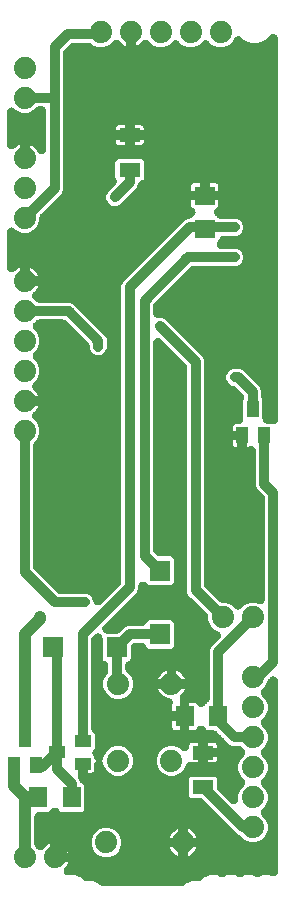
<source format=gbr>
G04 EAGLE Gerber RS-274X export*
G75*
%MOMM*%
%FSLAX34Y34*%
%LPD*%
%INBottom Copper*%
%IPPOS*%
%AMOC8*
5,1,8,0,0,1.08239X$1,22.5*%
G01*
%ADD10R,1.815300X1.164600*%
%ADD11R,1.798100X1.725300*%
%ADD12R,1.725300X1.798100*%
%ADD13C,1.879600*%
%ADD14R,1.400000X1.000000*%
%ADD15R,1.000000X1.400000*%
%ADD16R,1.803000X1.600000*%
%ADD17R,1.600000X1.803000*%
%ADD18C,0.756400*%
%ADD19C,0.812800*%
%ADD20C,1.016000*%

G36*
X206075Y275193D02*
X206075Y275193D01*
X206130Y275192D01*
X206359Y275221D01*
X206588Y275244D01*
X206641Y275257D01*
X206695Y275264D01*
X206918Y275325D01*
X207141Y275380D01*
X207192Y275400D01*
X207245Y275414D01*
X207457Y275506D01*
X207670Y275591D01*
X207718Y275618D01*
X207768Y275640D01*
X207965Y275760D01*
X208164Y275875D01*
X208199Y275903D01*
X208254Y275937D01*
X208695Y276299D01*
X208739Y276347D01*
X208773Y276376D01*
X211549Y279152D01*
X216124Y281047D01*
X221076Y281047D01*
X223045Y280231D01*
X223208Y280176D01*
X223369Y280113D01*
X223479Y280086D01*
X223585Y280050D01*
X223755Y280019D01*
X223923Y279978D01*
X224035Y279968D01*
X224146Y279947D01*
X224318Y279940D01*
X224490Y279923D01*
X224603Y279928D01*
X224715Y279923D01*
X224887Y279940D01*
X225060Y279948D01*
X225170Y279968D01*
X225282Y279979D01*
X225450Y280020D01*
X225620Y280052D01*
X225726Y280088D01*
X225836Y280114D01*
X225996Y280178D01*
X226160Y280233D01*
X226261Y280284D01*
X226365Y280325D01*
X226515Y280411D01*
X226669Y280488D01*
X226762Y280552D01*
X226860Y280608D01*
X226996Y280714D01*
X227138Y280812D01*
X227221Y280888D01*
X227310Y280957D01*
X227430Y281081D01*
X227557Y281198D01*
X227628Y281285D01*
X227707Y281366D01*
X227808Y281506D01*
X227918Y281639D01*
X227976Y281736D01*
X228043Y281826D01*
X228124Y281979D01*
X228213Y282127D01*
X228258Y282230D01*
X228311Y282329D01*
X228370Y282491D01*
X228438Y282650D01*
X228467Y282759D01*
X228506Y282865D01*
X228542Y283034D01*
X228587Y283200D01*
X228595Y283285D01*
X228624Y283422D01*
X228662Y283972D01*
X228663Y283985D01*
X228663Y369595D01*
X228659Y369655D01*
X228661Y369715D01*
X228639Y369939D01*
X228623Y370163D01*
X228611Y370222D01*
X228605Y370282D01*
X228551Y370501D01*
X228504Y370720D01*
X228484Y370777D01*
X228469Y370836D01*
X228386Y371044D01*
X228308Y371255D01*
X228280Y371309D01*
X228258Y371365D01*
X228146Y371560D01*
X228040Y371758D01*
X228004Y371807D01*
X227974Y371859D01*
X227899Y371950D01*
X227703Y372218D01*
X227546Y372379D01*
X227473Y372468D01*
X222070Y377871D01*
X220987Y380485D01*
X220987Y409722D01*
X220975Y409894D01*
X220973Y410067D01*
X220955Y410178D01*
X220947Y410290D01*
X220911Y410459D01*
X220885Y410630D01*
X220852Y410737D01*
X220828Y410847D01*
X220769Y411009D01*
X220719Y411175D01*
X220671Y411277D01*
X220632Y411382D01*
X220551Y411535D01*
X220478Y411691D01*
X220417Y411785D01*
X220364Y411885D01*
X220262Y412024D01*
X220168Y412169D01*
X220094Y412254D01*
X220027Y412345D01*
X219907Y412468D01*
X219793Y412599D01*
X219708Y412672D01*
X219630Y412753D01*
X219493Y412859D01*
X219363Y412972D01*
X219268Y413033D01*
X219179Y413102D01*
X219029Y413187D01*
X218884Y413281D01*
X218782Y413328D01*
X218684Y413384D01*
X218523Y413448D01*
X218367Y413520D01*
X218259Y413552D01*
X218155Y413594D01*
X217986Y413635D01*
X217821Y413685D01*
X217710Y413702D01*
X217601Y413728D01*
X217429Y413745D01*
X217258Y413771D01*
X217146Y413773D01*
X217034Y413783D01*
X216861Y413776D01*
X216688Y413778D01*
X216577Y413764D01*
X216464Y413759D01*
X216294Y413727D01*
X216123Y413705D01*
X216042Y413680D01*
X215904Y413655D01*
X215381Y413479D01*
X215369Y413476D01*
X215364Y413474D01*
X215364Y413473D01*
X214841Y413257D01*
X214350Y413159D01*
X213163Y413159D01*
X213163Y422700D01*
X213147Y422929D01*
X213137Y423159D01*
X213127Y423213D01*
X213123Y423268D01*
X213075Y423493D01*
X213033Y423719D01*
X213016Y423772D01*
X213004Y423825D01*
X212925Y424041D01*
X212852Y424260D01*
X212827Y424309D01*
X212809Y424360D01*
X212700Y424563D01*
X212597Y424769D01*
X212566Y424814D01*
X212540Y424863D01*
X212404Y425048D01*
X212273Y425238D01*
X212236Y425278D01*
X212203Y425323D01*
X212043Y425487D01*
X211887Y425657D01*
X211886Y425657D01*
X211844Y425692D01*
X211806Y425731D01*
X211805Y425731D01*
X211624Y425872D01*
X211445Y426018D01*
X211398Y426047D01*
X211355Y426080D01*
X211155Y426194D01*
X210958Y426313D01*
X210908Y426335D01*
X210860Y426362D01*
X210645Y426448D01*
X210434Y426538D01*
X210382Y426552D01*
X210330Y426573D01*
X210106Y426627D01*
X209884Y426687D01*
X209840Y426691D01*
X209776Y426707D01*
X209209Y426762D01*
X209144Y426759D01*
X209100Y426763D01*
X201559Y426763D01*
X201559Y429950D01*
X201657Y430441D01*
X201848Y430903D01*
X202127Y431320D01*
X202480Y431673D01*
X202897Y431952D01*
X203359Y432143D01*
X203850Y432241D01*
X206488Y432241D01*
X206717Y432257D01*
X206948Y432267D01*
X207002Y432277D01*
X207056Y432281D01*
X207282Y432329D01*
X207508Y432371D01*
X207560Y432388D01*
X207614Y432400D01*
X207830Y432479D01*
X208048Y432552D01*
X208097Y432577D01*
X208149Y432596D01*
X208352Y432704D01*
X208557Y432807D01*
X208603Y432838D01*
X208651Y432864D01*
X208837Y433000D01*
X209026Y433131D01*
X209067Y433168D01*
X209111Y433201D01*
X209276Y433361D01*
X209445Y433517D01*
X209480Y433560D01*
X209519Y433598D01*
X209660Y433780D01*
X209806Y433958D01*
X209834Y434006D01*
X209868Y434049D01*
X209982Y434249D01*
X210101Y434446D01*
X210123Y434496D01*
X210150Y434544D01*
X210235Y434758D01*
X210326Y434969D01*
X210340Y435022D01*
X210360Y435073D01*
X210415Y435297D01*
X210475Y435519D01*
X210479Y435563D01*
X210495Y435627D01*
X210550Y436194D01*
X210547Y436260D01*
X210551Y436304D01*
X210551Y452306D01*
X210913Y453180D01*
X210914Y453183D01*
X210915Y453186D01*
X211004Y453453D01*
X211094Y453721D01*
X211094Y453724D01*
X211095Y453726D01*
X211146Y454004D01*
X211197Y454281D01*
X211197Y454284D01*
X211198Y454287D01*
X211209Y454574D01*
X211221Y454851D01*
X211221Y454853D01*
X211221Y454856D01*
X211193Y455131D01*
X211165Y455418D01*
X211164Y455420D01*
X211164Y455423D01*
X211100Y455682D01*
X211030Y455971D01*
X211029Y455974D01*
X211028Y455976D01*
X210920Y456248D01*
X210819Y456500D01*
X210818Y456503D01*
X210817Y456505D01*
X210672Y456759D01*
X210536Y456995D01*
X210535Y456997D01*
X210533Y457000D01*
X210525Y457010D01*
X210187Y457445D01*
X210087Y457543D01*
X210033Y457609D01*
X204144Y463497D01*
X204098Y463537D01*
X204057Y463581D01*
X203883Y463724D01*
X203714Y463871D01*
X203663Y463904D01*
X203616Y463942D01*
X203424Y464059D01*
X203236Y464181D01*
X203181Y464206D01*
X203129Y464237D01*
X202923Y464326D01*
X202719Y464421D01*
X202661Y464438D01*
X202605Y464462D01*
X202388Y464521D01*
X202173Y464586D01*
X202114Y464595D01*
X202055Y464611D01*
X201944Y464622D01*
X199171Y465770D01*
X197170Y467771D01*
X196087Y470385D01*
X196087Y473215D01*
X197170Y475829D01*
X199171Y477830D01*
X201785Y478913D01*
X207315Y478913D01*
X209929Y477830D01*
X224630Y463129D01*
X225713Y460515D01*
X225713Y455374D01*
X225721Y455257D01*
X225720Y455139D01*
X225735Y455020D01*
X225739Y454929D01*
X225747Y454883D01*
X225753Y454806D01*
X225777Y454691D01*
X225792Y454574D01*
X225824Y454470D01*
X225843Y454368D01*
X225852Y454341D01*
X225872Y454249D01*
X225988Y453931D01*
X226022Y453819D01*
X226649Y452306D01*
X226649Y436812D01*
X226665Y436583D01*
X226675Y436352D01*
X226685Y436298D01*
X226689Y436244D01*
X226737Y436018D01*
X226779Y435792D01*
X226796Y435740D01*
X226808Y435686D01*
X226887Y435470D01*
X226960Y435252D01*
X226985Y435203D01*
X227004Y435151D01*
X227112Y434948D01*
X227215Y434743D01*
X227246Y434697D01*
X227272Y434649D01*
X227408Y434463D01*
X227539Y434274D01*
X227576Y434233D01*
X227609Y434189D01*
X227769Y434024D01*
X227925Y433855D01*
X227968Y433820D01*
X228006Y433781D01*
X228188Y433640D01*
X228366Y433494D01*
X228414Y433466D01*
X228457Y433432D01*
X228657Y433318D01*
X228854Y433199D01*
X228904Y433177D01*
X228952Y433150D01*
X229166Y433065D01*
X229377Y432974D01*
X229430Y432960D01*
X229481Y432940D01*
X229706Y432885D01*
X229927Y432825D01*
X229971Y432821D01*
X230035Y432805D01*
X230602Y432750D01*
X230668Y432753D01*
X230712Y432749D01*
X233706Y432749D01*
X234221Y432536D01*
X234384Y432481D01*
X234545Y432417D01*
X234655Y432391D01*
X234761Y432355D01*
X234931Y432324D01*
X235099Y432283D01*
X235211Y432272D01*
X235322Y432252D01*
X235494Y432245D01*
X235666Y432228D01*
X235779Y432233D01*
X235891Y432228D01*
X236063Y432245D01*
X236236Y432252D01*
X236346Y432273D01*
X236458Y432284D01*
X236626Y432325D01*
X236796Y432356D01*
X236902Y432392D01*
X237012Y432419D01*
X237172Y432483D01*
X237336Y432538D01*
X237437Y432588D01*
X237541Y432630D01*
X237691Y432715D01*
X237845Y432793D01*
X237938Y432857D01*
X238036Y432913D01*
X238172Y433018D01*
X238314Y433117D01*
X238397Y433193D01*
X238486Y433262D01*
X238606Y433386D01*
X238733Y433503D01*
X238804Y433590D01*
X238883Y433671D01*
X238984Y433810D01*
X239094Y433944D01*
X239152Y434040D01*
X239219Y434131D01*
X239300Y434283D01*
X239389Y434431D01*
X239434Y434535D01*
X239487Y434634D01*
X239546Y434796D01*
X239614Y434955D01*
X239643Y435064D01*
X239682Y435169D01*
X239718Y435338D01*
X239763Y435505D01*
X239771Y435590D01*
X239800Y435726D01*
X239838Y436276D01*
X239839Y436290D01*
X239839Y758589D01*
X239831Y758704D01*
X239833Y758819D01*
X239811Y758988D01*
X239799Y759158D01*
X239775Y759270D01*
X239761Y759385D01*
X239716Y759549D01*
X239680Y759715D01*
X239641Y759823D01*
X239610Y759934D01*
X239543Y760090D01*
X239484Y760250D01*
X239430Y760352D01*
X239384Y760457D01*
X239296Y760602D01*
X239216Y760752D01*
X239148Y760845D01*
X239088Y760944D01*
X238980Y761075D01*
X238879Y761212D01*
X238799Y761295D01*
X238726Y761384D01*
X238600Y761499D01*
X238482Y761621D01*
X238391Y761691D01*
X238306Y761769D01*
X238166Y761865D01*
X238031Y761969D01*
X237931Y762026D01*
X237836Y762092D01*
X237684Y762167D01*
X237536Y762251D01*
X237429Y762294D01*
X237326Y762345D01*
X237165Y762399D01*
X237007Y762462D01*
X236894Y762489D01*
X236785Y762525D01*
X236618Y762556D01*
X236453Y762596D01*
X236338Y762607D01*
X236225Y762628D01*
X236055Y762635D01*
X235886Y762651D01*
X235771Y762646D01*
X235655Y762651D01*
X235486Y762634D01*
X235316Y762626D01*
X235203Y762605D01*
X235089Y762594D01*
X234923Y762553D01*
X234756Y762522D01*
X234647Y762486D01*
X234535Y762458D01*
X234377Y762395D01*
X234216Y762341D01*
X234113Y762289D01*
X234006Y762247D01*
X233859Y762162D01*
X233707Y762086D01*
X233612Y762020D01*
X233512Y761963D01*
X233423Y761890D01*
X233238Y761762D01*
X232994Y761537D01*
X232903Y761462D01*
X228588Y757147D01*
X223016Y754839D01*
X216984Y754839D01*
X211412Y757147D01*
X209039Y759520D01*
X208909Y759633D01*
X208785Y759754D01*
X208694Y759820D01*
X208609Y759894D01*
X208464Y759988D01*
X208325Y760090D01*
X208225Y760143D01*
X208131Y760204D01*
X207974Y760277D01*
X207822Y760358D01*
X207716Y760396D01*
X207614Y760444D01*
X207449Y760494D01*
X207286Y760553D01*
X207176Y760576D01*
X207069Y760609D01*
X206898Y760635D01*
X206729Y760671D01*
X206617Y760679D01*
X206506Y760696D01*
X206333Y760699D01*
X206161Y760710D01*
X206048Y760702D01*
X205936Y760704D01*
X205765Y760682D01*
X205592Y760670D01*
X205482Y760646D01*
X205371Y760632D01*
X205204Y760586D01*
X205035Y760550D01*
X204930Y760511D01*
X204821Y760481D01*
X204663Y760413D01*
X204500Y760353D01*
X204401Y760300D01*
X204298Y760256D01*
X204151Y760166D01*
X203998Y760084D01*
X203908Y760017D01*
X203812Y759959D01*
X203678Y759849D01*
X203539Y759747D01*
X203459Y759668D01*
X203372Y759597D01*
X203255Y759469D01*
X203131Y759349D01*
X203062Y759260D01*
X202986Y759177D01*
X202889Y759034D01*
X202783Y758898D01*
X202743Y758822D01*
X202664Y758707D01*
X202418Y758213D01*
X202412Y758202D01*
X201852Y756849D01*
X198351Y753348D01*
X193776Y751453D01*
X188824Y751453D01*
X184249Y753348D01*
X181473Y756125D01*
X181299Y756275D01*
X181130Y756431D01*
X181084Y756462D01*
X181043Y756498D01*
X180850Y756623D01*
X180660Y756754D01*
X180611Y756778D01*
X180565Y756808D01*
X180356Y756905D01*
X180150Y757007D01*
X180098Y757025D01*
X180048Y757048D01*
X179827Y757115D01*
X179609Y757187D01*
X179555Y757197D01*
X179503Y757213D01*
X179275Y757248D01*
X179049Y757290D01*
X178994Y757292D01*
X178940Y757300D01*
X178710Y757303D01*
X178479Y757313D01*
X178425Y757307D01*
X178370Y757308D01*
X178141Y757279D01*
X177912Y757256D01*
X177859Y757243D01*
X177805Y757236D01*
X177582Y757175D01*
X177359Y757120D01*
X177308Y757100D01*
X177255Y757086D01*
X177043Y756994D01*
X176830Y756909D01*
X176782Y756882D01*
X176732Y756860D01*
X176535Y756740D01*
X176336Y756625D01*
X176301Y756597D01*
X176246Y756563D01*
X175805Y756201D01*
X175761Y756153D01*
X175727Y756124D01*
X172951Y753348D01*
X168376Y751453D01*
X163424Y751453D01*
X158849Y753348D01*
X156073Y756125D01*
X155899Y756275D01*
X155730Y756431D01*
X155684Y756462D01*
X155643Y756498D01*
X155450Y756623D01*
X155260Y756754D01*
X155211Y756778D01*
X155165Y756808D01*
X154956Y756905D01*
X154750Y757007D01*
X154698Y757025D01*
X154648Y757048D01*
X154427Y757115D01*
X154209Y757187D01*
X154155Y757197D01*
X154103Y757213D01*
X153875Y757248D01*
X153649Y757290D01*
X153594Y757292D01*
X153540Y757300D01*
X153310Y757303D01*
X153079Y757313D01*
X153025Y757307D01*
X152970Y757308D01*
X152741Y757279D01*
X152512Y757256D01*
X152459Y757243D01*
X152405Y757236D01*
X152182Y757175D01*
X151959Y757120D01*
X151908Y757100D01*
X151855Y757086D01*
X151643Y756994D01*
X151430Y756909D01*
X151382Y756882D01*
X151332Y756860D01*
X151135Y756740D01*
X150936Y756625D01*
X150901Y756597D01*
X150846Y756563D01*
X150405Y756201D01*
X150361Y756153D01*
X150327Y756124D01*
X147551Y753348D01*
X142976Y751453D01*
X138024Y751453D01*
X133449Y753348D01*
X130293Y756505D01*
X130093Y756678D01*
X129895Y756854D01*
X129878Y756865D01*
X129862Y756879D01*
X129641Y757023D01*
X129420Y757168D01*
X129402Y757177D01*
X129384Y757189D01*
X129144Y757300D01*
X128906Y757414D01*
X128886Y757420D01*
X128867Y757428D01*
X128614Y757505D01*
X128362Y757584D01*
X128342Y757588D01*
X128322Y757594D01*
X128062Y757634D01*
X127800Y757677D01*
X127779Y757678D01*
X127759Y757681D01*
X127495Y757685D01*
X127231Y757691D01*
X127210Y757688D01*
X127189Y757689D01*
X126927Y757655D01*
X126665Y757625D01*
X126645Y757619D01*
X126624Y757617D01*
X126368Y757547D01*
X126114Y757480D01*
X126095Y757472D01*
X126074Y757466D01*
X125832Y757361D01*
X125588Y757259D01*
X125570Y757249D01*
X125551Y757240D01*
X125326Y757103D01*
X125099Y756967D01*
X125083Y756954D01*
X125065Y756944D01*
X124860Y756775D01*
X124655Y756610D01*
X124644Y756597D01*
X124625Y756582D01*
X124240Y756162D01*
X124227Y756143D01*
X122878Y754794D01*
X121357Y753689D01*
X119683Y752836D01*
X119163Y752667D01*
X119163Y763900D01*
X119147Y764129D01*
X119137Y764359D01*
X119127Y764413D01*
X119123Y764468D01*
X119075Y764693D01*
X119033Y764919D01*
X119016Y764972D01*
X119004Y765025D01*
X118925Y765241D01*
X118852Y765460D01*
X118827Y765509D01*
X118809Y765560D01*
X118700Y765763D01*
X118597Y765969D01*
X118566Y766014D01*
X118540Y766063D01*
X118404Y766248D01*
X118273Y766438D01*
X118236Y766478D01*
X118203Y766523D01*
X118043Y766687D01*
X117887Y766857D01*
X117844Y766892D01*
X117806Y766931D01*
X117624Y767072D01*
X117446Y767218D01*
X117399Y767246D01*
X117355Y767280D01*
X117155Y767394D01*
X116959Y767513D01*
X116908Y767535D01*
X116860Y767562D01*
X116646Y767647D01*
X116435Y767737D01*
X116382Y767752D01*
X116331Y767772D01*
X116106Y767826D01*
X115885Y767886D01*
X115841Y767891D01*
X115777Y767906D01*
X115210Y767961D01*
X115144Y767959D01*
X115100Y767963D01*
X114870Y767947D01*
X114640Y767937D01*
X114586Y767927D01*
X114531Y767923D01*
X114306Y767875D01*
X114080Y767833D01*
X114028Y767815D01*
X113974Y767804D01*
X113758Y767725D01*
X113540Y767652D01*
X113491Y767627D01*
X113439Y767608D01*
X113236Y767499D01*
X113030Y767396D01*
X112985Y767365D01*
X112937Y767339D01*
X112751Y767204D01*
X112562Y767073D01*
X112521Y767035D01*
X112477Y767003D01*
X112312Y766843D01*
X112143Y766686D01*
X112108Y766644D01*
X112069Y766605D01*
X111928Y766424D01*
X111782Y766245D01*
X111753Y766198D01*
X111720Y766155D01*
X111606Y765955D01*
X111486Y765758D01*
X111465Y765708D01*
X111438Y765660D01*
X111352Y765445D01*
X111262Y765234D01*
X111248Y765182D01*
X111227Y765130D01*
X111173Y764906D01*
X111113Y764684D01*
X111109Y764640D01*
X111093Y764576D01*
X111038Y764009D01*
X111041Y763944D01*
X111037Y763900D01*
X111037Y752667D01*
X110517Y752836D01*
X108843Y753689D01*
X107322Y754794D01*
X105922Y756194D01*
X105897Y756223D01*
X105730Y756427D01*
X105715Y756441D01*
X105702Y756456D01*
X105505Y756633D01*
X105310Y756812D01*
X105293Y756823D01*
X105278Y756837D01*
X105058Y756985D01*
X104841Y757134D01*
X104822Y757143D01*
X104805Y757155D01*
X104567Y757270D01*
X104331Y757388D01*
X104311Y757395D01*
X104292Y757404D01*
X104041Y757484D01*
X103790Y757568D01*
X103770Y757572D01*
X103750Y757578D01*
X103490Y757623D01*
X103229Y757670D01*
X103209Y757671D01*
X103188Y757675D01*
X102925Y757683D01*
X102660Y757693D01*
X102639Y757691D01*
X102619Y757692D01*
X102355Y757663D01*
X102093Y757637D01*
X102073Y757632D01*
X102052Y757629D01*
X101797Y757564D01*
X101540Y757501D01*
X101520Y757493D01*
X101500Y757488D01*
X101257Y757388D01*
X101011Y757289D01*
X100993Y757279D01*
X100974Y757271D01*
X100745Y757137D01*
X100516Y757006D01*
X100503Y756995D01*
X100482Y756983D01*
X100036Y756628D01*
X99961Y756549D01*
X99907Y756505D01*
X96751Y753348D01*
X92176Y751453D01*
X87224Y751453D01*
X82649Y753348D01*
X82025Y753973D01*
X81979Y754013D01*
X81938Y754057D01*
X81764Y754200D01*
X81594Y754347D01*
X81544Y754380D01*
X81497Y754418D01*
X81305Y754535D01*
X81116Y754657D01*
X81061Y754682D01*
X81010Y754713D01*
X80803Y754802D01*
X80599Y754896D01*
X80542Y754914D01*
X80486Y754938D01*
X80269Y754997D01*
X80054Y755062D01*
X79994Y755071D01*
X79936Y755087D01*
X79819Y755098D01*
X79491Y755149D01*
X79266Y755152D01*
X79151Y755163D01*
X66505Y755163D01*
X66445Y755159D01*
X66385Y755161D01*
X66161Y755139D01*
X65937Y755123D01*
X65878Y755111D01*
X65818Y755105D01*
X65599Y755051D01*
X65380Y755004D01*
X65323Y754984D01*
X65264Y754969D01*
X65056Y754886D01*
X64845Y754808D01*
X64791Y754780D01*
X64735Y754758D01*
X64540Y754646D01*
X64342Y754540D01*
X64293Y754504D01*
X64241Y754474D01*
X64150Y754399D01*
X63882Y754203D01*
X63721Y754046D01*
X63632Y753973D01*
X59103Y749444D01*
X59063Y749398D01*
X59019Y749357D01*
X58877Y749183D01*
X58729Y749014D01*
X58696Y748963D01*
X58658Y748916D01*
X58541Y748724D01*
X58419Y748536D01*
X58394Y748481D01*
X58363Y748429D01*
X58274Y748223D01*
X58179Y748019D01*
X58162Y747961D01*
X58138Y747905D01*
X58080Y747689D01*
X58014Y747473D01*
X58005Y747414D01*
X57989Y747355D01*
X57978Y747238D01*
X57927Y746910D01*
X57924Y746685D01*
X57913Y746571D01*
X57913Y630885D01*
X56830Y628271D01*
X39037Y610478D01*
X38997Y610432D01*
X38953Y610391D01*
X38811Y610217D01*
X38663Y610048D01*
X38630Y609997D01*
X38592Y609950D01*
X38475Y609758D01*
X38353Y609570D01*
X38328Y609515D01*
X38297Y609463D01*
X38208Y609257D01*
X38113Y609053D01*
X38096Y608995D01*
X38072Y608939D01*
X38014Y608723D01*
X37948Y608507D01*
X37939Y608448D01*
X37923Y608389D01*
X37912Y608272D01*
X37861Y607944D01*
X37858Y607719D01*
X37847Y607605D01*
X37847Y604424D01*
X35952Y599849D01*
X32451Y596348D01*
X27876Y594453D01*
X22924Y594453D01*
X18349Y596348D01*
X17097Y597601D01*
X17010Y597676D01*
X16930Y597759D01*
X16795Y597863D01*
X16667Y597974D01*
X16570Y598037D01*
X16479Y598107D01*
X16332Y598191D01*
X16189Y598284D01*
X16084Y598333D01*
X15984Y598390D01*
X15826Y598452D01*
X15672Y598524D01*
X15562Y598557D01*
X15455Y598600D01*
X15289Y598640D01*
X15127Y598689D01*
X15013Y598707D01*
X14901Y598734D01*
X14731Y598750D01*
X14564Y598776D01*
X14449Y598778D01*
X14334Y598789D01*
X14164Y598782D01*
X13994Y598784D01*
X13880Y598770D01*
X13764Y598765D01*
X13597Y598734D01*
X13429Y598712D01*
X13317Y598682D01*
X13204Y598661D01*
X13043Y598607D01*
X12879Y598562D01*
X12773Y598516D01*
X12664Y598479D01*
X12512Y598403D01*
X12356Y598336D01*
X12258Y598276D01*
X12155Y598224D01*
X12014Y598127D01*
X11870Y598039D01*
X11781Y597966D01*
X11686Y597900D01*
X11561Y597785D01*
X11429Y597677D01*
X11352Y597592D01*
X11267Y597514D01*
X11159Y597382D01*
X11044Y597257D01*
X10979Y597162D01*
X10906Y597073D01*
X10818Y596928D01*
X10722Y596788D01*
X10670Y596684D01*
X10611Y596586D01*
X10544Y596430D01*
X10468Y596277D01*
X10432Y596168D01*
X10386Y596062D01*
X10342Y595898D01*
X10288Y595737D01*
X10267Y595623D01*
X10237Y595512D01*
X10226Y595397D01*
X10186Y595176D01*
X10172Y594845D01*
X10161Y594727D01*
X10161Y564854D01*
X10169Y564739D01*
X10167Y564624D01*
X10189Y564456D01*
X10201Y564286D01*
X10225Y564173D01*
X10239Y564059D01*
X10284Y563895D01*
X10320Y563729D01*
X10359Y563620D01*
X10390Y563509D01*
X10457Y563353D01*
X10516Y563194D01*
X10570Y563092D01*
X10616Y562986D01*
X10704Y562841D01*
X10784Y562691D01*
X10852Y562598D01*
X10912Y562500D01*
X11021Y562368D01*
X11121Y562231D01*
X11201Y562149D01*
X11274Y562060D01*
X11400Y561945D01*
X11518Y561823D01*
X11609Y561752D01*
X11694Y561674D01*
X11834Y561578D01*
X11969Y561474D01*
X12069Y561417D01*
X12164Y561352D01*
X12316Y561276D01*
X12464Y561192D01*
X12571Y561149D01*
X12674Y561098D01*
X12835Y561045D01*
X12993Y560982D01*
X13106Y560955D01*
X13215Y560918D01*
X13382Y560888D01*
X13547Y560848D01*
X13662Y560837D01*
X13775Y560816D01*
X13945Y560809D01*
X14114Y560792D01*
X14229Y560797D01*
X14345Y560793D01*
X14514Y560810D01*
X14684Y560817D01*
X14797Y560838D01*
X14912Y560850D01*
X15077Y560890D01*
X15244Y560921D01*
X15353Y560958D01*
X15465Y560985D01*
X15623Y561048D01*
X15784Y561102D01*
X15887Y561154D01*
X15994Y561197D01*
X16141Y561281D01*
X16293Y561357D01*
X16388Y561423D01*
X16488Y561480D01*
X16577Y561553D01*
X16762Y561681D01*
X17006Y561906D01*
X17097Y561981D01*
X17622Y562506D01*
X19143Y563611D01*
X20817Y564464D01*
X21337Y564633D01*
X21337Y553400D01*
X21353Y553171D01*
X21363Y552941D01*
X21373Y552887D01*
X21377Y552832D01*
X21425Y552607D01*
X21467Y552381D01*
X21484Y552328D01*
X21496Y552275D01*
X21575Y552059D01*
X21648Y551840D01*
X21673Y551791D01*
X21691Y551740D01*
X21800Y551536D01*
X21903Y551331D01*
X21934Y551286D01*
X21960Y551237D01*
X22096Y551052D01*
X22227Y550862D01*
X22264Y550822D01*
X22297Y550777D01*
X22457Y550613D01*
X22613Y550443D01*
X22614Y550443D01*
X22656Y550408D01*
X22694Y550369D01*
X22695Y550369D01*
X22876Y550228D01*
X23055Y550082D01*
X23102Y550053D01*
X23145Y550020D01*
X23345Y549906D01*
X23542Y549786D01*
X23592Y549765D01*
X23640Y549738D01*
X23855Y549652D01*
X24066Y549562D01*
X24118Y549548D01*
X24170Y549527D01*
X24394Y549473D01*
X24616Y549413D01*
X24660Y549409D01*
X24724Y549393D01*
X25291Y549338D01*
X25356Y549341D01*
X25400Y549337D01*
X36633Y549337D01*
X36464Y548817D01*
X35611Y547143D01*
X34506Y545622D01*
X33106Y544222D01*
X33076Y544197D01*
X32873Y544030D01*
X32860Y544015D01*
X32844Y544002D01*
X32666Y543804D01*
X32488Y543610D01*
X32477Y543593D01*
X32463Y543578D01*
X32315Y543359D01*
X32166Y543141D01*
X32156Y543122D01*
X32145Y543105D01*
X32030Y542867D01*
X31912Y542631D01*
X31905Y542611D01*
X31896Y542592D01*
X31816Y542341D01*
X31732Y542090D01*
X31728Y542069D01*
X31722Y542050D01*
X31677Y541790D01*
X31630Y541529D01*
X31629Y541509D01*
X31625Y541488D01*
X31617Y541225D01*
X31607Y540960D01*
X31609Y540939D01*
X31608Y540919D01*
X31637Y540655D01*
X31663Y540393D01*
X31668Y540373D01*
X31671Y540352D01*
X31736Y540097D01*
X31799Y539840D01*
X31807Y539820D01*
X31812Y539800D01*
X31912Y539558D01*
X32011Y539311D01*
X32021Y539293D01*
X32029Y539274D01*
X32162Y539046D01*
X32294Y538816D01*
X32305Y538803D01*
X32317Y538782D01*
X32672Y538336D01*
X32751Y538261D01*
X32795Y538207D01*
X34699Y536303D01*
X34745Y536263D01*
X34786Y536219D01*
X34960Y536077D01*
X35130Y535929D01*
X35180Y535896D01*
X35227Y535858D01*
X35419Y535741D01*
X35608Y535619D01*
X35663Y535594D01*
X35714Y535563D01*
X35921Y535474D01*
X36125Y535379D01*
X36183Y535362D01*
X36238Y535338D01*
X36455Y535280D01*
X36670Y535214D01*
X36730Y535205D01*
X36788Y535189D01*
X36905Y535178D01*
X37233Y535127D01*
X37458Y535124D01*
X37573Y535113D01*
X63986Y535113D01*
X66600Y534030D01*
X93601Y507029D01*
X94684Y504415D01*
X94684Y496585D01*
X93601Y493971D01*
X91600Y491970D01*
X88986Y490887D01*
X86156Y490887D01*
X83542Y491970D01*
X81541Y493971D01*
X80458Y496585D01*
X80458Y498371D01*
X80454Y498431D01*
X80456Y498491D01*
X80434Y498715D01*
X80418Y498939D01*
X80406Y498998D01*
X80400Y499058D01*
X80346Y499277D01*
X80299Y499496D01*
X80279Y499553D01*
X80264Y499612D01*
X80181Y499820D01*
X80103Y500031D01*
X80075Y500085D01*
X80053Y500141D01*
X79941Y500336D01*
X79835Y500534D01*
X79799Y500583D01*
X79769Y500635D01*
X79694Y500726D01*
X79498Y500994D01*
X79341Y501155D01*
X79268Y501244D01*
X60815Y519697D01*
X60769Y519737D01*
X60728Y519781D01*
X60554Y519923D01*
X60385Y520071D01*
X60334Y520104D01*
X60287Y520142D01*
X60095Y520259D01*
X59907Y520381D01*
X59852Y520406D01*
X59800Y520437D01*
X59594Y520526D01*
X59390Y520621D01*
X59332Y520638D01*
X59276Y520662D01*
X59060Y520720D01*
X58844Y520786D01*
X58785Y520795D01*
X58726Y520811D01*
X58609Y520822D01*
X58281Y520873D01*
X58056Y520876D01*
X57942Y520887D01*
X37573Y520887D01*
X37512Y520883D01*
X37452Y520885D01*
X37229Y520863D01*
X37004Y520847D01*
X36945Y520835D01*
X36885Y520829D01*
X36667Y520775D01*
X36447Y520728D01*
X36390Y520708D01*
X36332Y520693D01*
X36123Y520610D01*
X35912Y520532D01*
X35859Y520504D01*
X35803Y520482D01*
X35608Y520370D01*
X35410Y520264D01*
X35361Y520228D01*
X35308Y520198D01*
X35217Y520123D01*
X34950Y519927D01*
X34789Y519770D01*
X34699Y519697D01*
X33175Y518173D01*
X33024Y517999D01*
X32869Y517830D01*
X32838Y517784D01*
X32802Y517743D01*
X32677Y517550D01*
X32546Y517360D01*
X32522Y517311D01*
X32492Y517265D01*
X32395Y517056D01*
X32293Y516850D01*
X32275Y516798D01*
X32252Y516748D01*
X32185Y516528D01*
X32113Y516309D01*
X32103Y516255D01*
X32087Y516203D01*
X32052Y515976D01*
X32010Y515749D01*
X32008Y515694D01*
X32000Y515640D01*
X31997Y515410D01*
X31987Y515179D01*
X31993Y515125D01*
X31992Y515070D01*
X32021Y514841D01*
X32044Y514613D01*
X32057Y514559D01*
X32064Y514505D01*
X32125Y514282D01*
X32180Y514059D01*
X32200Y514008D01*
X32214Y513955D01*
X32306Y513744D01*
X32391Y513530D01*
X32419Y513482D01*
X32440Y513432D01*
X32560Y513235D01*
X32675Y513036D01*
X32703Y513002D01*
X32737Y512946D01*
X33099Y512505D01*
X33147Y512461D01*
X33175Y512427D01*
X35952Y509651D01*
X37847Y505076D01*
X37847Y500124D01*
X35952Y495549D01*
X33176Y492773D01*
X33025Y492600D01*
X32869Y492430D01*
X32838Y492384D01*
X32802Y492343D01*
X32677Y492150D01*
X32546Y491960D01*
X32522Y491911D01*
X32492Y491865D01*
X32395Y491656D01*
X32293Y491450D01*
X32275Y491398D01*
X32252Y491348D01*
X32185Y491128D01*
X32113Y490909D01*
X32103Y490855D01*
X32087Y490803D01*
X32052Y490576D01*
X32010Y490349D01*
X32008Y490294D01*
X32000Y490240D01*
X31997Y490010D01*
X31987Y489779D01*
X31993Y489725D01*
X31992Y489670D01*
X32021Y489442D01*
X32044Y489213D01*
X32057Y489159D01*
X32064Y489105D01*
X32125Y488882D01*
X32180Y488659D01*
X32200Y488608D01*
X32214Y488555D01*
X32305Y488344D01*
X32391Y488130D01*
X32419Y488082D01*
X32440Y488032D01*
X32560Y487836D01*
X32675Y487636D01*
X32703Y487602D01*
X32737Y487546D01*
X33099Y487105D01*
X33147Y487061D01*
X33175Y487027D01*
X35952Y484251D01*
X37847Y479676D01*
X37847Y474724D01*
X35952Y470149D01*
X32795Y466993D01*
X32622Y466793D01*
X32446Y466595D01*
X32435Y466578D01*
X32421Y466562D01*
X32277Y466341D01*
X32132Y466120D01*
X32123Y466102D01*
X32111Y466084D01*
X32000Y465844D01*
X31886Y465606D01*
X31880Y465586D01*
X31872Y465567D01*
X31795Y465314D01*
X31716Y465062D01*
X31712Y465042D01*
X31706Y465022D01*
X31666Y464762D01*
X31623Y464500D01*
X31622Y464479D01*
X31619Y464459D01*
X31615Y464195D01*
X31609Y463931D01*
X31612Y463910D01*
X31611Y463889D01*
X31645Y463627D01*
X31675Y463365D01*
X31681Y463345D01*
X31683Y463324D01*
X31753Y463068D01*
X31820Y462814D01*
X31828Y462795D01*
X31834Y462774D01*
X31939Y462532D01*
X32041Y462288D01*
X32051Y462270D01*
X32060Y462251D01*
X32197Y462026D01*
X32333Y461799D01*
X32346Y461783D01*
X32356Y461765D01*
X32525Y461560D01*
X32690Y461355D01*
X32703Y461344D01*
X32718Y461325D01*
X33138Y460940D01*
X33157Y460927D01*
X34506Y459578D01*
X35611Y458057D01*
X36464Y456383D01*
X36633Y455863D01*
X25400Y455863D01*
X25171Y455847D01*
X24941Y455837D01*
X24887Y455827D01*
X24832Y455823D01*
X24607Y455775D01*
X24381Y455733D01*
X24328Y455716D01*
X24275Y455704D01*
X24059Y455625D01*
X23840Y455552D01*
X23791Y455527D01*
X23740Y455509D01*
X23537Y455400D01*
X23331Y455297D01*
X23286Y455266D01*
X23237Y455240D01*
X23052Y455104D01*
X22862Y454973D01*
X22822Y454936D01*
X22777Y454903D01*
X22613Y454743D01*
X22443Y454587D01*
X22408Y454544D01*
X22369Y454506D01*
X22228Y454324D01*
X22082Y454146D01*
X22054Y454099D01*
X22020Y454055D01*
X21906Y453855D01*
X21787Y453659D01*
X21765Y453608D01*
X21738Y453560D01*
X21653Y453346D01*
X21563Y453135D01*
X21548Y453082D01*
X21528Y453031D01*
X21474Y452806D01*
X21414Y452585D01*
X21409Y452541D01*
X21394Y452477D01*
X21339Y451910D01*
X21341Y451844D01*
X21337Y451800D01*
X21353Y451570D01*
X21363Y451340D01*
X21373Y451286D01*
X21377Y451231D01*
X21425Y451006D01*
X21467Y450780D01*
X21485Y450728D01*
X21496Y450674D01*
X21575Y450458D01*
X21648Y450240D01*
X21673Y450191D01*
X21692Y450139D01*
X21801Y449936D01*
X21904Y449730D01*
X21935Y449685D01*
X21961Y449637D01*
X22096Y449451D01*
X22227Y449262D01*
X22265Y449221D01*
X22297Y449177D01*
X22457Y449012D01*
X22614Y448843D01*
X22656Y448808D01*
X22695Y448769D01*
X22876Y448628D01*
X23055Y448482D01*
X23102Y448453D01*
X23145Y448420D01*
X23345Y448306D01*
X23542Y448186D01*
X23592Y448165D01*
X23640Y448138D01*
X23855Y448052D01*
X24066Y447962D01*
X24118Y447948D01*
X24170Y447927D01*
X24394Y447873D01*
X24616Y447813D01*
X24660Y447809D01*
X24724Y447793D01*
X25291Y447738D01*
X25356Y447741D01*
X25400Y447737D01*
X36633Y447737D01*
X36464Y447217D01*
X35611Y445543D01*
X34506Y444022D01*
X33106Y442622D01*
X33077Y442597D01*
X32873Y442430D01*
X32859Y442415D01*
X32844Y442402D01*
X32667Y442205D01*
X32488Y442010D01*
X32477Y441993D01*
X32463Y441978D01*
X32315Y441758D01*
X32166Y441541D01*
X32157Y441522D01*
X32145Y441505D01*
X32030Y441267D01*
X31912Y441031D01*
X31905Y441011D01*
X31896Y440992D01*
X31816Y440741D01*
X31732Y440490D01*
X31728Y440470D01*
X31722Y440450D01*
X31677Y440189D01*
X31630Y439929D01*
X31629Y439909D01*
X31625Y439888D01*
X31617Y439625D01*
X31607Y439360D01*
X31609Y439339D01*
X31608Y439319D01*
X31637Y439055D01*
X31663Y438793D01*
X31668Y438773D01*
X31671Y438752D01*
X31736Y438497D01*
X31799Y438240D01*
X31807Y438220D01*
X31812Y438200D01*
X31913Y437955D01*
X32011Y437711D01*
X32021Y437693D01*
X32029Y437674D01*
X32163Y437445D01*
X32294Y437216D01*
X32305Y437203D01*
X32317Y437182D01*
X32672Y436736D01*
X32751Y436661D01*
X32795Y436607D01*
X35952Y433451D01*
X37847Y428876D01*
X37847Y423924D01*
X35952Y419349D01*
X33703Y417101D01*
X33663Y417055D01*
X33619Y417014D01*
X33476Y416840D01*
X33329Y416670D01*
X33296Y416620D01*
X33258Y416573D01*
X33142Y416381D01*
X33019Y416192D01*
X32994Y416137D01*
X32963Y416086D01*
X32874Y415880D01*
X32779Y415675D01*
X32762Y415617D01*
X32738Y415562D01*
X32680Y415345D01*
X32614Y415130D01*
X32605Y415070D01*
X32589Y415012D01*
X32578Y414895D01*
X32527Y414567D01*
X32524Y414342D01*
X32513Y414227D01*
X32513Y311329D01*
X32517Y311269D01*
X32515Y311209D01*
X32537Y310985D01*
X32553Y310761D01*
X32565Y310702D01*
X32571Y310642D01*
X32625Y310423D01*
X32672Y310204D01*
X32692Y310147D01*
X32707Y310088D01*
X32790Y309880D01*
X32868Y309669D01*
X32896Y309615D01*
X32918Y309559D01*
X33030Y309364D01*
X33136Y309166D01*
X33172Y309117D01*
X33202Y309065D01*
X33277Y308974D01*
X33473Y308706D01*
X33630Y308545D01*
X33703Y308456D01*
X52556Y289603D01*
X52602Y289563D01*
X52643Y289519D01*
X52817Y289377D01*
X52986Y289229D01*
X53037Y289196D01*
X53084Y289158D01*
X53276Y289041D01*
X53464Y288919D01*
X53519Y288894D01*
X53571Y288863D01*
X53777Y288774D01*
X53981Y288679D01*
X54039Y288662D01*
X54095Y288638D01*
X54311Y288580D01*
X54527Y288514D01*
X54586Y288505D01*
X54645Y288489D01*
X54762Y288478D01*
X55090Y288427D01*
X55315Y288424D01*
X55429Y288413D01*
X77615Y288413D01*
X80229Y287330D01*
X82230Y285329D01*
X83320Y282698D01*
X83319Y282651D01*
X83341Y282483D01*
X83353Y282313D01*
X83377Y282200D01*
X83391Y282086D01*
X83436Y281922D01*
X83472Y281756D01*
X83511Y281648D01*
X83542Y281536D01*
X83609Y281380D01*
X83668Y281221D01*
X83722Y281119D01*
X83768Y281013D01*
X83856Y280868D01*
X83936Y280718D01*
X84004Y280625D01*
X84064Y280527D01*
X84172Y280395D01*
X84273Y280258D01*
X84353Y280176D01*
X84426Y280087D01*
X84551Y279972D01*
X84670Y279850D01*
X84761Y279779D01*
X84846Y279702D01*
X84986Y279605D01*
X85121Y279501D01*
X85221Y279444D01*
X85316Y279379D01*
X85468Y279303D01*
X85616Y279219D01*
X85723Y279176D01*
X85826Y279125D01*
X85987Y279072D01*
X86145Y279009D01*
X86258Y278982D01*
X86367Y278945D01*
X86534Y278915D01*
X86699Y278875D01*
X86814Y278864D01*
X86927Y278843D01*
X87097Y278836D01*
X87266Y278819D01*
X87381Y278824D01*
X87497Y278820D01*
X87666Y278837D01*
X87836Y278844D01*
X87949Y278865D01*
X88063Y278877D01*
X88229Y278917D01*
X88396Y278948D01*
X88505Y278985D01*
X88617Y279012D01*
X88775Y279075D01*
X88936Y279129D01*
X89039Y279181D01*
X89146Y279224D01*
X89293Y279308D01*
X89445Y279384D01*
X89540Y279450D01*
X89640Y279507D01*
X89729Y279580D01*
X89914Y279708D01*
X90158Y279933D01*
X90249Y280008D01*
X105997Y295756D01*
X106037Y295802D01*
X106081Y295843D01*
X106223Y296017D01*
X106371Y296186D01*
X106404Y296237D01*
X106442Y296284D01*
X106559Y296476D01*
X106681Y296664D01*
X106706Y296719D01*
X106737Y296771D01*
X106826Y296977D01*
X106921Y297181D01*
X106938Y297239D01*
X106962Y297295D01*
X107021Y297511D01*
X107086Y297727D01*
X107095Y297786D01*
X107111Y297845D01*
X107122Y297962D01*
X107173Y298290D01*
X107176Y298515D01*
X107187Y298629D01*
X107187Y549415D01*
X108270Y552029D01*
X161071Y604830D01*
X163736Y605934D01*
X163767Y605937D01*
X163991Y605953D01*
X164051Y605965D01*
X164111Y605971D01*
X164329Y606025D01*
X164549Y606072D01*
X164605Y606092D01*
X164664Y606107D01*
X164873Y606190D01*
X165084Y606268D01*
X165137Y606296D01*
X165193Y606318D01*
X165388Y606430D01*
X165586Y606536D01*
X165635Y606572D01*
X165687Y606602D01*
X165778Y606677D01*
X166046Y606873D01*
X166207Y607030D01*
X166296Y607103D01*
X167058Y607865D01*
X167436Y608021D01*
X167539Y608072D01*
X167646Y608115D01*
X167793Y608199D01*
X167945Y608275D01*
X168040Y608341D01*
X168140Y608398D01*
X168275Y608502D01*
X168415Y608599D01*
X168499Y608677D01*
X168591Y608747D01*
X168709Y608869D01*
X168834Y608984D01*
X168907Y609074D01*
X168987Y609156D01*
X169087Y609293D01*
X169195Y609425D01*
X169255Y609524D01*
X169323Y609617D01*
X169403Y609767D01*
X169491Y609912D01*
X169537Y610017D01*
X169591Y610119D01*
X169649Y610279D01*
X169717Y610435D01*
X169747Y610546D01*
X169786Y610655D01*
X169822Y610821D01*
X169866Y610985D01*
X169881Y611099D01*
X169905Y611212D01*
X169916Y611382D01*
X169938Y611550D01*
X169936Y611665D01*
X169944Y611780D01*
X169932Y611950D01*
X169929Y612120D01*
X169911Y612234D01*
X169903Y612349D01*
X169867Y612515D01*
X169841Y612683D01*
X169808Y612793D01*
X169783Y612906D01*
X169725Y613065D01*
X169675Y613228D01*
X169627Y613332D01*
X169587Y613441D01*
X169506Y613591D01*
X169435Y613744D01*
X169372Y613841D01*
X169317Y613943D01*
X169217Y614080D01*
X169124Y614222D01*
X169048Y614309D01*
X168980Y614402D01*
X168862Y614524D01*
X168750Y614652D01*
X168663Y614727D01*
X168582Y614810D01*
X168448Y614913D01*
X168319Y615025D01*
X168222Y615088D01*
X168131Y615158D01*
X168030Y615212D01*
X167841Y615334D01*
X167652Y615422D01*
X167165Y615747D01*
X166812Y616100D01*
X166533Y616517D01*
X166342Y616979D01*
X166244Y617470D01*
X166244Y621657D01*
X177800Y621657D01*
X189356Y621657D01*
X189356Y617470D01*
X189258Y616979D01*
X189067Y616517D01*
X188788Y616100D01*
X188435Y615747D01*
X187988Y615448D01*
X187954Y615435D01*
X187807Y615350D01*
X187655Y615274D01*
X187560Y615209D01*
X187460Y615152D01*
X187325Y615048D01*
X187185Y614951D01*
X187101Y614873D01*
X187010Y614803D01*
X186891Y614680D01*
X186766Y614566D01*
X186693Y614477D01*
X186613Y614394D01*
X186512Y614256D01*
X186405Y614125D01*
X186345Y614026D01*
X186277Y613933D01*
X186197Y613783D01*
X186109Y613638D01*
X186063Y613532D01*
X186009Y613431D01*
X185951Y613271D01*
X185883Y613115D01*
X185853Y613004D01*
X185814Y612895D01*
X185778Y612729D01*
X185734Y612565D01*
X185719Y612451D01*
X185695Y612338D01*
X185684Y612168D01*
X185662Y612000D01*
X185664Y611884D01*
X185656Y611769D01*
X185668Y611600D01*
X185671Y611430D01*
X185689Y611316D01*
X185697Y611201D01*
X185733Y611035D01*
X185759Y610867D01*
X185792Y610757D01*
X185817Y610644D01*
X185875Y610484D01*
X185925Y610322D01*
X185973Y610218D01*
X186013Y610109D01*
X186094Y609959D01*
X186165Y609805D01*
X186228Y609709D01*
X186283Y609607D01*
X186383Y609470D01*
X186476Y609328D01*
X186551Y609241D01*
X186620Y609148D01*
X186738Y609026D01*
X186850Y608898D01*
X186937Y608822D01*
X187018Y608740D01*
X187152Y608636D01*
X187281Y608525D01*
X187378Y608462D01*
X187469Y608392D01*
X187570Y608338D01*
X187759Y608216D01*
X188061Y608076D01*
X188164Y608021D01*
X188542Y607865D01*
X189304Y607103D01*
X189349Y607063D01*
X189390Y607019D01*
X189564Y606877D01*
X189734Y606729D01*
X189785Y606696D01*
X189831Y606658D01*
X190024Y606541D01*
X190212Y606419D01*
X190267Y606394D01*
X190318Y606363D01*
X190525Y606274D01*
X190729Y606179D01*
X190787Y606162D01*
X190842Y606138D01*
X191059Y606080D01*
X191274Y606014D01*
X191334Y606005D01*
X191392Y605989D01*
X191509Y605978D01*
X191837Y605927D01*
X192062Y605924D01*
X192177Y605913D01*
X204615Y605913D01*
X207229Y604830D01*
X209230Y602829D01*
X210313Y600215D01*
X210313Y597385D01*
X209230Y594771D01*
X207229Y592770D01*
X204615Y591687D01*
X193827Y591687D01*
X193824Y591687D01*
X193822Y591687D01*
X193543Y591667D01*
X193259Y591647D01*
X193256Y591647D01*
X193253Y591647D01*
X192974Y591586D01*
X192701Y591528D01*
X192699Y591527D01*
X192696Y591527D01*
X192432Y591430D01*
X192166Y591332D01*
X192164Y591331D01*
X192161Y591330D01*
X191917Y591199D01*
X191664Y591064D01*
X191662Y591062D01*
X191659Y591061D01*
X191427Y590891D01*
X191204Y590727D01*
X191202Y590725D01*
X191200Y590724D01*
X191000Y590529D01*
X190796Y590330D01*
X190794Y590328D01*
X190792Y590326D01*
X190621Y590104D01*
X190447Y589879D01*
X190446Y589877D01*
X190444Y589875D01*
X190438Y589863D01*
X190165Y589384D01*
X190113Y589254D01*
X190073Y589179D01*
X189400Y587553D01*
X189296Y587449D01*
X189220Y587362D01*
X189138Y587282D01*
X189033Y587147D01*
X188922Y587019D01*
X188859Y586922D01*
X188789Y586831D01*
X188705Y586684D01*
X188612Y586541D01*
X188564Y586436D01*
X188507Y586336D01*
X188444Y586178D01*
X188372Y586024D01*
X188339Y585914D01*
X188296Y585807D01*
X188256Y585641D01*
X188207Y585479D01*
X188189Y585365D01*
X188162Y585253D01*
X188146Y585083D01*
X188120Y584916D01*
X188118Y584801D01*
X188107Y584686D01*
X188114Y584516D01*
X188112Y584346D01*
X188127Y584232D01*
X188132Y584116D01*
X188163Y583949D01*
X188184Y583781D01*
X188215Y583669D01*
X188236Y583556D01*
X188290Y583395D01*
X188335Y583231D01*
X188380Y583125D01*
X188417Y583016D01*
X188493Y582864D01*
X188560Y582708D01*
X188620Y582610D01*
X188672Y582507D01*
X188769Y582366D01*
X188857Y582222D01*
X188930Y582133D01*
X188996Y582038D01*
X189111Y581913D01*
X189219Y581782D01*
X189304Y581704D01*
X189382Y581619D01*
X189514Y581511D01*
X189639Y581396D01*
X189734Y581331D01*
X189823Y581258D01*
X189968Y581170D01*
X190109Y581074D01*
X190212Y581022D01*
X190310Y580963D01*
X190466Y580896D01*
X190619Y580820D01*
X190728Y580784D01*
X190834Y580738D01*
X190998Y580694D01*
X191159Y580640D01*
X191273Y580619D01*
X191384Y580589D01*
X191499Y580578D01*
X191720Y580538D01*
X192052Y580524D01*
X192169Y580513D01*
X204615Y580513D01*
X207229Y579430D01*
X209230Y577429D01*
X210313Y574815D01*
X210313Y571985D01*
X209230Y569371D01*
X207229Y567370D01*
X204615Y566287D01*
X168081Y566287D01*
X168021Y566283D01*
X167961Y566285D01*
X167737Y566263D01*
X167513Y566247D01*
X167454Y566235D01*
X167394Y566229D01*
X167175Y566175D01*
X166956Y566128D01*
X166899Y566108D01*
X166840Y566093D01*
X166632Y566010D01*
X166421Y565932D01*
X166367Y565904D01*
X166311Y565882D01*
X166116Y565770D01*
X165918Y565664D01*
X165869Y565628D01*
X165817Y565598D01*
X165726Y565523D01*
X165458Y565327D01*
X165297Y565170D01*
X165208Y565097D01*
X135303Y535192D01*
X135263Y535146D01*
X135219Y535105D01*
X135077Y534931D01*
X134929Y534762D01*
X134896Y534711D01*
X134858Y534664D01*
X134741Y534472D01*
X134619Y534284D01*
X134594Y534229D01*
X134563Y534177D01*
X134474Y533971D01*
X134379Y533767D01*
X134362Y533709D01*
X134338Y533653D01*
X134280Y533437D01*
X134214Y533221D01*
X134205Y533162D01*
X134189Y533103D01*
X134178Y532986D01*
X134127Y532658D01*
X134124Y532433D01*
X134113Y532319D01*
X134113Y526176D01*
X134129Y525947D01*
X134139Y525716D01*
X134149Y525662D01*
X134153Y525608D01*
X134201Y525382D01*
X134243Y525156D01*
X134260Y525104D01*
X134272Y525050D01*
X134351Y524834D01*
X134424Y524616D01*
X134449Y524567D01*
X134468Y524515D01*
X134576Y524312D01*
X134679Y524107D01*
X134710Y524061D01*
X134736Y524013D01*
X134872Y523827D01*
X135003Y523638D01*
X135040Y523597D01*
X135073Y523553D01*
X135233Y523388D01*
X135389Y523219D01*
X135432Y523184D01*
X135470Y523145D01*
X135652Y523004D01*
X135830Y522858D01*
X135878Y522830D01*
X135921Y522796D01*
X136121Y522682D01*
X136318Y522563D01*
X136368Y522541D01*
X136416Y522514D01*
X136630Y522429D01*
X136841Y522338D01*
X136894Y522324D01*
X136945Y522304D01*
X137170Y522249D01*
X137391Y522189D01*
X137435Y522185D01*
X137499Y522169D01*
X138066Y522114D01*
X138132Y522117D01*
X138176Y522113D01*
X141415Y522113D01*
X144029Y521030D01*
X173458Y491601D01*
X176030Y489029D01*
X177113Y486415D01*
X177113Y296429D01*
X177117Y296369D01*
X177115Y296309D01*
X177137Y296085D01*
X177153Y295861D01*
X177165Y295802D01*
X177171Y295742D01*
X177225Y295523D01*
X177272Y295304D01*
X177292Y295247D01*
X177307Y295188D01*
X177390Y294980D01*
X177468Y294769D01*
X177496Y294715D01*
X177518Y294659D01*
X177630Y294464D01*
X177736Y294266D01*
X177772Y294217D01*
X177802Y294165D01*
X177877Y294074D01*
X178073Y293806D01*
X178230Y293645D01*
X178303Y293556D01*
X189622Y282237D01*
X189668Y282197D01*
X189709Y282153D01*
X189883Y282011D01*
X190052Y281863D01*
X190103Y281830D01*
X190150Y281792D01*
X190342Y281675D01*
X190530Y281553D01*
X190585Y281528D01*
X190637Y281497D01*
X190843Y281408D01*
X191047Y281313D01*
X191105Y281296D01*
X191161Y281272D01*
X191377Y281214D01*
X191593Y281148D01*
X191652Y281139D01*
X191711Y281123D01*
X191828Y281112D01*
X192156Y281061D01*
X192381Y281058D01*
X192495Y281047D01*
X195676Y281047D01*
X200251Y279152D01*
X203027Y276375D01*
X203201Y276225D01*
X203370Y276069D01*
X203416Y276038D01*
X203457Y276002D01*
X203650Y275877D01*
X203840Y275746D01*
X203889Y275722D01*
X203935Y275692D01*
X204144Y275595D01*
X204350Y275493D01*
X204402Y275475D01*
X204452Y275452D01*
X204673Y275385D01*
X204891Y275313D01*
X204945Y275303D01*
X204997Y275287D01*
X205225Y275252D01*
X205451Y275210D01*
X205506Y275208D01*
X205560Y275200D01*
X205790Y275197D01*
X206021Y275187D01*
X206075Y275193D01*
G37*
G36*
X157873Y40941D02*
X157873Y40941D01*
X157934Y40939D01*
X158157Y40961D01*
X158382Y40977D01*
X158441Y40989D01*
X158501Y40995D01*
X158719Y41049D01*
X158939Y41096D01*
X158995Y41116D01*
X159054Y41131D01*
X159263Y41214D01*
X159474Y41292D01*
X159527Y41320D01*
X159583Y41343D01*
X159778Y41454D01*
X159976Y41560D01*
X160025Y41596D01*
X160077Y41626D01*
X160168Y41701D01*
X160436Y41897D01*
X160597Y42054D01*
X160686Y42127D01*
X161412Y42853D01*
X166984Y45161D01*
X172037Y45161D01*
X172097Y45165D01*
X172158Y45163D01*
X172381Y45185D01*
X172606Y45201D01*
X172665Y45213D01*
X172725Y45219D01*
X172943Y45273D01*
X173163Y45320D01*
X173219Y45340D01*
X173278Y45355D01*
X173487Y45438D01*
X173698Y45516D01*
X173751Y45544D01*
X173807Y45566D01*
X174002Y45678D01*
X174200Y45784D01*
X174249Y45820D01*
X174301Y45850D01*
X174392Y45925D01*
X174660Y46121D01*
X174821Y46278D01*
X174910Y46351D01*
X176412Y47853D01*
X181984Y50161D01*
X188016Y50161D01*
X190945Y48947D01*
X191002Y48928D01*
X191057Y48903D01*
X191272Y48838D01*
X191485Y48767D01*
X191545Y48756D01*
X191603Y48738D01*
X191825Y48704D01*
X192046Y48663D01*
X192106Y48661D01*
X192166Y48652D01*
X192391Y48649D01*
X192615Y48640D01*
X192675Y48646D01*
X192736Y48645D01*
X192958Y48674D01*
X193182Y48696D01*
X193241Y48710D01*
X193301Y48718D01*
X193413Y48752D01*
X193736Y48830D01*
X193945Y48914D01*
X194055Y48947D01*
X196984Y50161D01*
X203016Y50161D01*
X205945Y48947D01*
X206002Y48928D01*
X206057Y48903D01*
X206272Y48838D01*
X206485Y48767D01*
X206545Y48756D01*
X206603Y48738D01*
X206825Y48704D01*
X207046Y48663D01*
X207106Y48661D01*
X207166Y48652D01*
X207391Y48649D01*
X207615Y48640D01*
X207675Y48646D01*
X207736Y48645D01*
X207958Y48674D01*
X208182Y48696D01*
X208241Y48710D01*
X208301Y48718D01*
X208413Y48752D01*
X208736Y48830D01*
X208945Y48914D01*
X209055Y48947D01*
X211984Y50161D01*
X218016Y50161D01*
X220945Y48947D01*
X221002Y48928D01*
X221057Y48903D01*
X221272Y48838D01*
X221485Y48767D01*
X221545Y48756D01*
X221603Y48738D01*
X221825Y48704D01*
X222046Y48663D01*
X222106Y48661D01*
X222166Y48652D01*
X222391Y48649D01*
X222615Y48640D01*
X222675Y48646D01*
X222736Y48645D01*
X222958Y48674D01*
X223182Y48696D01*
X223241Y48710D01*
X223301Y48718D01*
X223413Y48752D01*
X223736Y48830D01*
X223945Y48914D01*
X224055Y48947D01*
X226984Y50161D01*
X233016Y50161D01*
X234221Y49661D01*
X234385Y49607D01*
X234545Y49543D01*
X234655Y49516D01*
X234761Y49481D01*
X234931Y49450D01*
X235099Y49409D01*
X235211Y49398D01*
X235322Y49378D01*
X235494Y49370D01*
X235666Y49354D01*
X235779Y49358D01*
X235891Y49354D01*
X236063Y49371D01*
X236236Y49378D01*
X236346Y49399D01*
X236458Y49410D01*
X236626Y49451D01*
X236796Y49482D01*
X236902Y49518D01*
X237012Y49545D01*
X237172Y49608D01*
X237336Y49663D01*
X237437Y49714D01*
X237541Y49755D01*
X237691Y49841D01*
X237845Y49919D01*
X237938Y49983D01*
X238036Y50038D01*
X238172Y50144D01*
X238314Y50242D01*
X238397Y50319D01*
X238486Y50388D01*
X238606Y50512D01*
X238733Y50629D01*
X238804Y50716D01*
X238883Y50796D01*
X238984Y50936D01*
X239094Y51070D01*
X239152Y51166D01*
X239219Y51257D01*
X239300Y51409D01*
X239389Y51557D01*
X239434Y51660D01*
X239487Y51760D01*
X239546Y51922D01*
X239614Y52081D01*
X239643Y52189D01*
X239682Y52295D01*
X239718Y52464D01*
X239763Y52631D01*
X239771Y52716D01*
X239800Y52852D01*
X239838Y53402D01*
X239839Y53415D01*
X239839Y214695D01*
X239831Y214810D01*
X239833Y214925D01*
X239811Y215093D01*
X239799Y215263D01*
X239775Y215376D01*
X239761Y215490D01*
X239716Y215654D01*
X239680Y215820D01*
X239641Y215928D01*
X239610Y216040D01*
X239543Y216196D01*
X239484Y216355D01*
X239430Y216457D01*
X239384Y216563D01*
X239296Y216708D01*
X239216Y216858D01*
X239148Y216951D01*
X239088Y217049D01*
X238980Y217181D01*
X238879Y217318D01*
X238799Y217400D01*
X238726Y217489D01*
X238601Y217604D01*
X238482Y217726D01*
X238391Y217797D01*
X238306Y217874D01*
X238166Y217971D01*
X238031Y218075D01*
X237931Y218132D01*
X237836Y218197D01*
X237684Y218273D01*
X237536Y218357D01*
X237429Y218400D01*
X237326Y218451D01*
X237165Y218504D01*
X237007Y218567D01*
X236894Y218594D01*
X236785Y218631D01*
X236618Y218661D01*
X236453Y218701D01*
X236338Y218712D01*
X236225Y218733D01*
X236055Y218740D01*
X235886Y218757D01*
X235771Y218752D01*
X235655Y218756D01*
X235486Y218739D01*
X235316Y218732D01*
X235203Y218711D01*
X235089Y218699D01*
X234923Y218659D01*
X234756Y218628D01*
X234647Y218591D01*
X234535Y218564D01*
X234377Y218501D01*
X234216Y218447D01*
X234113Y218395D01*
X234006Y218352D01*
X233859Y218268D01*
X233707Y218192D01*
X233612Y218126D01*
X233512Y218069D01*
X233423Y217996D01*
X233238Y217868D01*
X232994Y217643D01*
X232903Y217568D01*
X231892Y216557D01*
X231815Y216468D01*
X231731Y216386D01*
X231628Y216254D01*
X231519Y216127D01*
X231454Y216028D01*
X231382Y215935D01*
X231329Y215834D01*
X231209Y215649D01*
X231066Y215342D01*
X231011Y215239D01*
X229152Y210749D01*
X226375Y207973D01*
X226225Y207799D01*
X226069Y207630D01*
X226038Y207584D01*
X226002Y207543D01*
X225877Y207350D01*
X225746Y207160D01*
X225722Y207111D01*
X225692Y207065D01*
X225595Y206856D01*
X225493Y206650D01*
X225475Y206598D01*
X225452Y206548D01*
X225385Y206327D01*
X225313Y206109D01*
X225303Y206055D01*
X225287Y206003D01*
X225252Y205775D01*
X225210Y205549D01*
X225208Y205494D01*
X225200Y205440D01*
X225197Y205210D01*
X225187Y204979D01*
X225193Y204925D01*
X225192Y204870D01*
X225221Y204641D01*
X225244Y204412D01*
X225257Y204359D01*
X225264Y204305D01*
X225325Y204082D01*
X225380Y203859D01*
X225400Y203808D01*
X225414Y203755D01*
X225506Y203543D01*
X225591Y203330D01*
X225618Y203282D01*
X225640Y203232D01*
X225760Y203035D01*
X225875Y202836D01*
X225903Y202801D01*
X225937Y202746D01*
X226299Y202305D01*
X226347Y202261D01*
X226376Y202227D01*
X229152Y199451D01*
X231047Y194876D01*
X231047Y189924D01*
X229152Y185349D01*
X226375Y182573D01*
X226225Y182399D01*
X226069Y182230D01*
X226038Y182184D01*
X226002Y182143D01*
X225877Y181950D01*
X225746Y181760D01*
X225722Y181711D01*
X225692Y181665D01*
X225595Y181456D01*
X225493Y181250D01*
X225475Y181198D01*
X225452Y181148D01*
X225385Y180927D01*
X225313Y180709D01*
X225303Y180655D01*
X225287Y180603D01*
X225252Y180375D01*
X225210Y180149D01*
X225208Y180094D01*
X225200Y180040D01*
X225197Y179810D01*
X225187Y179579D01*
X225193Y179525D01*
X225192Y179470D01*
X225221Y179241D01*
X225244Y179012D01*
X225257Y178959D01*
X225264Y178905D01*
X225325Y178682D01*
X225380Y178459D01*
X225400Y178408D01*
X225414Y178355D01*
X225506Y178143D01*
X225591Y177930D01*
X225618Y177882D01*
X225640Y177832D01*
X225760Y177635D01*
X225875Y177436D01*
X225903Y177401D01*
X225937Y177346D01*
X226299Y176905D01*
X226347Y176861D01*
X226376Y176827D01*
X229152Y174051D01*
X231047Y169476D01*
X231047Y164524D01*
X229152Y159949D01*
X226375Y157173D01*
X226225Y156999D01*
X226069Y156830D01*
X226038Y156784D01*
X226002Y156743D01*
X225877Y156550D01*
X225746Y156360D01*
X225722Y156311D01*
X225692Y156265D01*
X225595Y156056D01*
X225493Y155850D01*
X225475Y155798D01*
X225452Y155748D01*
X225385Y155527D01*
X225313Y155309D01*
X225303Y155255D01*
X225287Y155203D01*
X225252Y154975D01*
X225210Y154749D01*
X225208Y154694D01*
X225200Y154640D01*
X225197Y154410D01*
X225187Y154179D01*
X225193Y154125D01*
X225192Y154070D01*
X225221Y153841D01*
X225244Y153612D01*
X225257Y153559D01*
X225264Y153505D01*
X225325Y153282D01*
X225380Y153059D01*
X225400Y153008D01*
X225414Y152955D01*
X225506Y152743D01*
X225591Y152530D01*
X225618Y152482D01*
X225640Y152432D01*
X225760Y152235D01*
X225875Y152036D01*
X225903Y152001D01*
X225937Y151946D01*
X226299Y151505D01*
X226347Y151461D01*
X226376Y151427D01*
X229152Y148651D01*
X231047Y144076D01*
X231047Y139124D01*
X229152Y134549D01*
X226375Y131773D01*
X226225Y131599D01*
X226069Y131430D01*
X226038Y131384D01*
X226002Y131343D01*
X225877Y131150D01*
X225746Y130960D01*
X225722Y130911D01*
X225692Y130865D01*
X225595Y130656D01*
X225493Y130450D01*
X225475Y130398D01*
X225452Y130348D01*
X225385Y130126D01*
X225313Y129909D01*
X225303Y129855D01*
X225287Y129803D01*
X225252Y129575D01*
X225210Y129349D01*
X225208Y129294D01*
X225200Y129240D01*
X225197Y129010D01*
X225187Y128779D01*
X225193Y128725D01*
X225192Y128670D01*
X225221Y128441D01*
X225244Y128212D01*
X225257Y128159D01*
X225264Y128105D01*
X225325Y127882D01*
X225380Y127659D01*
X225400Y127608D01*
X225414Y127555D01*
X225506Y127343D01*
X225591Y127130D01*
X225618Y127082D01*
X225640Y127032D01*
X225760Y126835D01*
X225875Y126636D01*
X225903Y126601D01*
X225937Y126546D01*
X226299Y126105D01*
X226347Y126061D01*
X226376Y126027D01*
X229152Y123251D01*
X231047Y118676D01*
X231047Y113724D01*
X229152Y109149D01*
X226375Y106373D01*
X226225Y106199D01*
X226069Y106030D01*
X226038Y105984D01*
X226002Y105943D01*
X225877Y105750D01*
X225746Y105560D01*
X225722Y105511D01*
X225692Y105465D01*
X225595Y105256D01*
X225493Y105050D01*
X225475Y104998D01*
X225452Y104948D01*
X225385Y104727D01*
X225313Y104509D01*
X225303Y104455D01*
X225287Y104403D01*
X225252Y104175D01*
X225210Y103949D01*
X225208Y103894D01*
X225200Y103840D01*
X225197Y103610D01*
X225187Y103379D01*
X225193Y103325D01*
X225192Y103270D01*
X225221Y103041D01*
X225244Y102812D01*
X225257Y102759D01*
X225264Y102705D01*
X225325Y102482D01*
X225380Y102259D01*
X225400Y102208D01*
X225414Y102155D01*
X225506Y101943D01*
X225591Y101730D01*
X225618Y101682D01*
X225640Y101632D01*
X225760Y101435D01*
X225875Y101236D01*
X225903Y101201D01*
X225937Y101146D01*
X226299Y100705D01*
X226347Y100661D01*
X226376Y100627D01*
X229152Y97851D01*
X231047Y93276D01*
X231047Y88324D01*
X229152Y83749D01*
X225651Y80248D01*
X221076Y78353D01*
X216124Y78353D01*
X211549Y80248D01*
X208243Y83555D01*
X208154Y83632D01*
X208072Y83717D01*
X207939Y83819D01*
X207813Y83928D01*
X207714Y83993D01*
X207620Y84065D01*
X207520Y84118D01*
X207335Y84238D01*
X207027Y84381D01*
X206925Y84436D01*
X206117Y84770D01*
X176203Y114684D01*
X176157Y114724D01*
X176116Y114768D01*
X175942Y114910D01*
X175773Y115058D01*
X175722Y115091D01*
X175675Y115129D01*
X175483Y115246D01*
X175295Y115368D01*
X175240Y115393D01*
X175188Y115424D01*
X174982Y115513D01*
X174778Y115608D01*
X174720Y115625D01*
X174664Y115649D01*
X174448Y115707D01*
X174232Y115773D01*
X174173Y115782D01*
X174114Y115798D01*
X173997Y115809D01*
X173669Y115860D01*
X173444Y115863D01*
X173330Y115874D01*
X166517Y115874D01*
X165397Y116338D01*
X164539Y117196D01*
X164075Y118317D01*
X164075Y131175D01*
X164539Y132296D01*
X165397Y133154D01*
X166517Y133618D01*
X185883Y133618D01*
X187003Y133154D01*
X187861Y132296D01*
X188325Y131175D01*
X188325Y124363D01*
X188329Y124303D01*
X188327Y124242D01*
X188349Y124019D01*
X188365Y123794D01*
X188378Y123735D01*
X188384Y123675D01*
X188437Y123457D01*
X188484Y123237D01*
X188505Y123181D01*
X188519Y123122D01*
X188603Y122913D01*
X188680Y122702D01*
X188709Y122649D01*
X188731Y122593D01*
X188843Y122398D01*
X188949Y122200D01*
X188984Y122151D01*
X189015Y122099D01*
X189089Y122008D01*
X189285Y121740D01*
X189442Y121579D01*
X189515Y121490D01*
X199217Y111788D01*
X199304Y111712D01*
X199384Y111630D01*
X199519Y111526D01*
X199647Y111414D01*
X199744Y111352D01*
X199835Y111281D01*
X199982Y111197D01*
X200125Y111105D01*
X200230Y111056D01*
X200330Y110999D01*
X200488Y110936D01*
X200642Y110865D01*
X200752Y110831D01*
X200859Y110789D01*
X201025Y110749D01*
X201187Y110699D01*
X201301Y110682D01*
X201413Y110655D01*
X201583Y110638D01*
X201750Y110612D01*
X201865Y110611D01*
X201980Y110599D01*
X202150Y110607D01*
X202320Y110604D01*
X202434Y110619D01*
X202550Y110624D01*
X202717Y110655D01*
X202885Y110677D01*
X202997Y110707D01*
X203110Y110728D01*
X203271Y110782D01*
X203435Y110827D01*
X203541Y110873D01*
X203650Y110909D01*
X203802Y110985D01*
X203958Y111053D01*
X204056Y111113D01*
X204159Y111164D01*
X204299Y111261D01*
X204444Y111350D01*
X204533Y111423D01*
X204628Y111488D01*
X204753Y111604D01*
X204885Y111712D01*
X204962Y111796D01*
X205047Y111875D01*
X205155Y112006D01*
X205270Y112131D01*
X205335Y112226D01*
X205408Y112316D01*
X205496Y112461D01*
X205592Y112601D01*
X205644Y112704D01*
X205703Y112803D01*
X205770Y112959D01*
X205846Y113111D01*
X205882Y113221D01*
X205928Y113327D01*
X205972Y113490D01*
X206026Y113652D01*
X206047Y113765D01*
X206077Y113876D01*
X206088Y113991D01*
X206128Y114212D01*
X206142Y114544D01*
X206153Y114661D01*
X206153Y118676D01*
X208048Y123251D01*
X210824Y126027D01*
X210975Y126200D01*
X211131Y126370D01*
X211162Y126416D01*
X211198Y126457D01*
X211323Y126650D01*
X211454Y126840D01*
X211478Y126889D01*
X211508Y126935D01*
X211605Y127144D01*
X211707Y127350D01*
X211725Y127402D01*
X211748Y127452D01*
X211815Y127672D01*
X211887Y127891D01*
X211897Y127945D01*
X211913Y127997D01*
X211948Y128224D01*
X211990Y128451D01*
X211992Y128506D01*
X212000Y128560D01*
X212003Y128790D01*
X212013Y129021D01*
X212007Y129075D01*
X212008Y129130D01*
X211979Y129358D01*
X211956Y129587D01*
X211943Y129641D01*
X211936Y129695D01*
X211875Y129918D01*
X211820Y130141D01*
X211800Y130192D01*
X211786Y130245D01*
X211695Y130455D01*
X211609Y130670D01*
X211581Y130718D01*
X211560Y130768D01*
X211440Y130964D01*
X211325Y131164D01*
X211297Y131198D01*
X211263Y131254D01*
X210901Y131695D01*
X210853Y131739D01*
X210825Y131773D01*
X208048Y134549D01*
X206153Y139124D01*
X206153Y144076D01*
X208048Y148651D01*
X210824Y151427D01*
X210975Y151601D01*
X211131Y151770D01*
X211162Y151815D01*
X211198Y151857D01*
X211323Y152050D01*
X211454Y152240D01*
X211478Y152289D01*
X211508Y152335D01*
X211605Y152544D01*
X211707Y152750D01*
X211725Y152802D01*
X211748Y152852D01*
X211815Y153072D01*
X211887Y153291D01*
X211897Y153345D01*
X211913Y153397D01*
X211948Y153625D01*
X211990Y153851D01*
X211992Y153906D01*
X212000Y153960D01*
X212003Y154190D01*
X212013Y154420D01*
X212007Y154475D01*
X212008Y154530D01*
X211979Y154758D01*
X211956Y154987D01*
X211943Y155041D01*
X211936Y155095D01*
X211875Y155317D01*
X211820Y155541D01*
X211800Y155592D01*
X211786Y155645D01*
X211694Y155856D01*
X211609Y156070D01*
X211581Y156118D01*
X211560Y156168D01*
X211440Y156364D01*
X211325Y156564D01*
X211297Y156598D01*
X211263Y156654D01*
X210901Y157095D01*
X210853Y157139D01*
X210825Y157173D01*
X209301Y158697D01*
X209255Y158737D01*
X209214Y158781D01*
X209040Y158924D01*
X208870Y159071D01*
X208820Y159104D01*
X208773Y159142D01*
X208581Y159259D01*
X208392Y159381D01*
X208337Y159406D01*
X208286Y159437D01*
X208080Y159526D01*
X207875Y159621D01*
X207817Y159638D01*
X207762Y159662D01*
X207546Y159720D01*
X207330Y159786D01*
X207270Y159795D01*
X207212Y159811D01*
X207095Y159822D01*
X206767Y159873D01*
X206542Y159876D01*
X206427Y159887D01*
X201585Y159887D01*
X198971Y160970D01*
X194101Y165841D01*
X194057Y165878D01*
X194018Y165921D01*
X193842Y166065D01*
X193670Y166214D01*
X193622Y166246D01*
X193577Y166282D01*
X193384Y166400D01*
X193192Y166524D01*
X193140Y166548D01*
X193091Y166578D01*
X192882Y166668D01*
X192675Y166764D01*
X192620Y166781D01*
X192567Y166803D01*
X192348Y166863D01*
X192130Y166929D01*
X192119Y166931D01*
X192117Y166937D01*
X192070Y167159D01*
X192050Y167213D01*
X192036Y167269D01*
X191952Y167480D01*
X191873Y167693D01*
X191846Y167745D01*
X191824Y167798D01*
X191712Y167995D01*
X191604Y168196D01*
X191570Y168242D01*
X191541Y168292D01*
X191467Y168382D01*
X191267Y168655D01*
X191113Y168813D01*
X191040Y168901D01*
X188195Y171746D01*
X188149Y171786D01*
X188108Y171830D01*
X187934Y171973D01*
X187765Y172120D01*
X187714Y172153D01*
X187667Y172191D01*
X187475Y172308D01*
X187287Y172430D01*
X187232Y172455D01*
X187180Y172486D01*
X186974Y172575D01*
X186770Y172670D01*
X186712Y172687D01*
X186656Y172711D01*
X186439Y172770D01*
X186224Y172835D01*
X186165Y172844D01*
X186106Y172860D01*
X185989Y172871D01*
X185661Y172922D01*
X185436Y172925D01*
X185322Y172936D01*
X180614Y172936D01*
X179493Y173400D01*
X178635Y174258D01*
X178479Y174636D01*
X178428Y174739D01*
X178385Y174846D01*
X178300Y174993D01*
X178225Y175145D01*
X178159Y175240D01*
X178102Y175341D01*
X177998Y175475D01*
X177901Y175615D01*
X177823Y175700D01*
X177753Y175791D01*
X177631Y175909D01*
X177516Y176034D01*
X177426Y176107D01*
X177344Y176188D01*
X177207Y176287D01*
X177075Y176395D01*
X176976Y176455D01*
X176883Y176523D01*
X176734Y176603D01*
X176588Y176691D01*
X176482Y176737D01*
X176381Y176791D01*
X176221Y176849D01*
X176065Y176917D01*
X175954Y176947D01*
X175845Y176986D01*
X175679Y177022D01*
X175515Y177066D01*
X175401Y177081D01*
X175288Y177105D01*
X175118Y177116D01*
X174950Y177138D01*
X174834Y177136D01*
X174719Y177144D01*
X174550Y177132D01*
X174380Y177129D01*
X174266Y177111D01*
X174151Y177103D01*
X173985Y177067D01*
X173817Y177041D01*
X173707Y177008D01*
X173594Y176983D01*
X173434Y176925D01*
X173272Y176875D01*
X173168Y176827D01*
X173059Y176787D01*
X172909Y176706D01*
X172756Y176635D01*
X172659Y176572D01*
X172557Y176517D01*
X172420Y176417D01*
X172278Y176324D01*
X172191Y176248D01*
X172098Y176180D01*
X171976Y176062D01*
X171848Y175950D01*
X171773Y175863D01*
X171690Y175782D01*
X171586Y175648D01*
X171475Y175519D01*
X171412Y175422D01*
X171342Y175331D01*
X171288Y175229D01*
X171166Y175041D01*
X171078Y174852D01*
X170753Y174365D01*
X170400Y174012D01*
X169983Y173733D01*
X169521Y173542D01*
X169030Y173444D01*
X164843Y173444D01*
X164843Y185000D01*
X164843Y196556D01*
X169030Y196556D01*
X169521Y196458D01*
X169983Y196267D01*
X170400Y195988D01*
X170753Y195635D01*
X171052Y195188D01*
X171065Y195154D01*
X171149Y195007D01*
X171225Y194855D01*
X171291Y194760D01*
X171348Y194660D01*
X171452Y194525D01*
X171549Y194386D01*
X171627Y194301D01*
X171697Y194209D01*
X171820Y194091D01*
X171934Y193966D01*
X172023Y193893D01*
X172106Y193813D01*
X172244Y193712D01*
X172375Y193605D01*
X172473Y193545D01*
X172567Y193477D01*
X172717Y193397D01*
X172862Y193309D01*
X172968Y193263D01*
X173069Y193209D01*
X173229Y193151D01*
X173385Y193083D01*
X173496Y193053D01*
X173605Y193014D01*
X173771Y192978D01*
X173935Y192934D01*
X174049Y192919D01*
X174162Y192895D01*
X174332Y192884D01*
X174500Y192862D01*
X174615Y192864D01*
X174731Y192856D01*
X174900Y192868D01*
X175070Y192871D01*
X175184Y192889D01*
X175299Y192897D01*
X175465Y192933D01*
X175633Y192959D01*
X175743Y192992D01*
X175856Y193017D01*
X176016Y193075D01*
X176178Y193125D01*
X176282Y193173D01*
X176391Y193213D01*
X176540Y193294D01*
X176694Y193365D01*
X176791Y193428D01*
X176893Y193483D01*
X177030Y193583D01*
X177172Y193676D01*
X177259Y193751D01*
X177352Y193820D01*
X177474Y193938D01*
X177602Y194050D01*
X177677Y194137D01*
X177760Y194218D01*
X177864Y194352D01*
X177975Y194480D01*
X178038Y194577D01*
X178108Y194669D01*
X178162Y194770D01*
X178284Y194959D01*
X178424Y195261D01*
X178479Y195364D01*
X178635Y195742D01*
X179493Y196600D01*
X179599Y196643D01*
X179601Y196645D01*
X179604Y196646D01*
X179861Y196774D01*
X180109Y196898D01*
X180111Y196899D01*
X180113Y196901D01*
X180351Y197065D01*
X180578Y197221D01*
X180580Y197223D01*
X180582Y197225D01*
X180792Y197418D01*
X180997Y197607D01*
X180999Y197609D01*
X181001Y197611D01*
X181185Y197835D01*
X181359Y198047D01*
X181360Y198050D01*
X181362Y198052D01*
X181510Y198296D01*
X181655Y198534D01*
X181656Y198537D01*
X181657Y198539D01*
X181760Y198779D01*
X181880Y199058D01*
X181881Y199060D01*
X181882Y199063D01*
X181953Y199327D01*
X182030Y199607D01*
X182030Y199610D01*
X182031Y199613D01*
X182032Y199626D01*
X182101Y200173D01*
X182099Y200312D01*
X182107Y200397D01*
X182107Y240635D01*
X183190Y243249D01*
X190222Y250280D01*
X190335Y250411D01*
X190455Y250535D01*
X190521Y250626D01*
X190595Y250711D01*
X190689Y250856D01*
X190791Y250995D01*
X190844Y251094D01*
X190905Y251189D01*
X190978Y251346D01*
X191059Y251498D01*
X191098Y251604D01*
X191145Y251706D01*
X191195Y251871D01*
X191254Y252033D01*
X191277Y252143D01*
X191310Y252251D01*
X191337Y252422D01*
X191372Y252591D01*
X191380Y252703D01*
X191397Y252814D01*
X191400Y252987D01*
X191412Y253159D01*
X191404Y253271D01*
X191405Y253384D01*
X191383Y253555D01*
X191371Y253727D01*
X191347Y253837D01*
X191333Y253949D01*
X191287Y254116D01*
X191251Y254284D01*
X191212Y254390D01*
X191183Y254499D01*
X191114Y254657D01*
X191055Y254819D01*
X191001Y254918D01*
X190957Y255022D01*
X190867Y255169D01*
X190785Y255321D01*
X190719Y255412D01*
X190660Y255508D01*
X190550Y255641D01*
X190448Y255781D01*
X190370Y255861D01*
X190298Y255948D01*
X190171Y256065D01*
X190050Y256188D01*
X189961Y256257D01*
X189878Y256333D01*
X189736Y256431D01*
X189599Y256537D01*
X189524Y256577D01*
X189408Y256656D01*
X188915Y256901D01*
X188903Y256908D01*
X186149Y258048D01*
X182648Y261549D01*
X180753Y266124D01*
X180753Y269305D01*
X180749Y269365D01*
X180751Y269425D01*
X180729Y269649D01*
X180713Y269873D01*
X180701Y269932D01*
X180695Y269992D01*
X180641Y270211D01*
X180594Y270430D01*
X180574Y270487D01*
X180559Y270546D01*
X180476Y270754D01*
X180398Y270965D01*
X180370Y271019D01*
X180348Y271075D01*
X180236Y271270D01*
X180130Y271468D01*
X180094Y271517D01*
X180064Y271569D01*
X179989Y271660D01*
X179793Y271928D01*
X179636Y272089D01*
X179563Y272178D01*
X166542Y285199D01*
X163970Y287771D01*
X162887Y290385D01*
X162887Y480371D01*
X162883Y480431D01*
X162885Y480491D01*
X162863Y480715D01*
X162847Y480939D01*
X162835Y480998D01*
X162829Y481058D01*
X162775Y481277D01*
X162728Y481496D01*
X162708Y481553D01*
X162693Y481612D01*
X162610Y481820D01*
X162532Y482031D01*
X162504Y482085D01*
X162482Y482141D01*
X162370Y482336D01*
X162264Y482534D01*
X162228Y482583D01*
X162198Y482635D01*
X162123Y482726D01*
X161927Y482994D01*
X161770Y483155D01*
X161697Y483244D01*
X141049Y503892D01*
X140962Y503968D01*
X140882Y504050D01*
X140747Y504154D01*
X140619Y504266D01*
X140522Y504328D01*
X140431Y504399D01*
X140283Y504483D01*
X140141Y504575D01*
X140036Y504624D01*
X139936Y504681D01*
X139778Y504744D01*
X139624Y504815D01*
X139514Y504849D01*
X139407Y504891D01*
X139241Y504931D01*
X139079Y504981D01*
X138965Y504998D01*
X138853Y505025D01*
X138683Y505042D01*
X138516Y505068D01*
X138401Y505069D01*
X138286Y505081D01*
X138116Y505073D01*
X137946Y505076D01*
X137832Y505061D01*
X137716Y505056D01*
X137549Y505025D01*
X137381Y505003D01*
X137269Y504973D01*
X137156Y504952D01*
X136995Y504898D01*
X136831Y504853D01*
X136725Y504807D01*
X136616Y504771D01*
X136464Y504695D01*
X136308Y504627D01*
X136210Y504567D01*
X136107Y504516D01*
X135967Y504419D01*
X135822Y504330D01*
X135733Y504257D01*
X135638Y504192D01*
X135513Y504076D01*
X135381Y503968D01*
X135304Y503884D01*
X135219Y503805D01*
X135111Y503674D01*
X134996Y503549D01*
X134931Y503454D01*
X134858Y503364D01*
X134770Y503219D01*
X134674Y503079D01*
X134622Y502976D01*
X134563Y502877D01*
X134496Y502721D01*
X134420Y502569D01*
X134384Y502459D01*
X134338Y502353D01*
X134294Y502189D01*
X134240Y502028D01*
X134219Y501915D01*
X134189Y501804D01*
X134178Y501689D01*
X134138Y501468D01*
X134124Y501136D01*
X134113Y501019D01*
X134113Y325677D01*
X134117Y325617D01*
X134115Y325557D01*
X134137Y325333D01*
X134153Y325109D01*
X134165Y325050D01*
X134171Y324990D01*
X134225Y324771D01*
X134272Y324552D01*
X134292Y324495D01*
X134307Y324436D01*
X134390Y324228D01*
X134468Y324017D01*
X134496Y323963D01*
X134518Y323907D01*
X134630Y323712D01*
X134736Y323514D01*
X134772Y323465D01*
X134802Y323413D01*
X134877Y323322D01*
X135073Y323054D01*
X135230Y322893D01*
X135303Y322804D01*
X136530Y321577D01*
X136575Y321538D01*
X136616Y321493D01*
X136790Y321351D01*
X136960Y321204D01*
X137010Y321171D01*
X137057Y321133D01*
X137250Y321016D01*
X137438Y320894D01*
X137493Y320868D01*
X137544Y320837D01*
X137751Y320749D01*
X137955Y320654D01*
X138013Y320636D01*
X138068Y320613D01*
X138285Y320554D01*
X138500Y320489D01*
X138560Y320480D01*
X138618Y320464D01*
X138735Y320452D01*
X139063Y320401D01*
X139288Y320398D01*
X139403Y320387D01*
X148933Y320387D01*
X150053Y319923D01*
X150911Y319065D01*
X151375Y317945D01*
X151375Y298751D01*
X150911Y297631D01*
X150053Y296773D01*
X148933Y296309D01*
X130467Y296309D01*
X129347Y296773D01*
X128349Y297770D01*
X128262Y297846D01*
X128182Y297928D01*
X128047Y298033D01*
X127919Y298144D01*
X127822Y298207D01*
X127731Y298277D01*
X127583Y298361D01*
X127441Y298454D01*
X127336Y298502D01*
X127236Y298559D01*
X127078Y298622D01*
X126924Y298694D01*
X126814Y298727D01*
X126707Y298770D01*
X126541Y298810D01*
X126379Y298859D01*
X126265Y298877D01*
X126153Y298904D01*
X125983Y298920D01*
X125816Y298946D01*
X125701Y298948D01*
X125586Y298959D01*
X125416Y298952D01*
X125246Y298954D01*
X125132Y298939D01*
X125016Y298934D01*
X124849Y298903D01*
X124681Y298882D01*
X124569Y298851D01*
X124456Y298830D01*
X124295Y298776D01*
X124131Y298731D01*
X124025Y298686D01*
X123916Y298649D01*
X123764Y298573D01*
X123608Y298506D01*
X123510Y298446D01*
X123407Y298394D01*
X123267Y298297D01*
X123122Y298209D01*
X123033Y298136D01*
X122938Y298070D01*
X122813Y297955D01*
X122681Y297847D01*
X122604Y297762D01*
X122519Y297684D01*
X122411Y297552D01*
X122296Y297427D01*
X122231Y297332D01*
X122158Y297243D01*
X122070Y297097D01*
X121974Y296957D01*
X121922Y296854D01*
X121863Y296756D01*
X121796Y296599D01*
X121720Y296447D01*
X121684Y296338D01*
X121638Y296232D01*
X121594Y296068D01*
X121540Y295906D01*
X121519Y295793D01*
X121489Y295682D01*
X121478Y295567D01*
X121438Y295346D01*
X121424Y295014D01*
X121413Y294897D01*
X121413Y292585D01*
X120330Y289971D01*
X92171Y261812D01*
X92095Y261725D01*
X92012Y261644D01*
X91908Y261510D01*
X91797Y261381D01*
X91734Y261285D01*
X91664Y261194D01*
X91580Y261046D01*
X91487Y260903D01*
X91439Y260799D01*
X91381Y260699D01*
X91319Y260540D01*
X91247Y260386D01*
X91214Y260276D01*
X91171Y260169D01*
X91131Y260004D01*
X91082Y259841D01*
X91064Y259727D01*
X91037Y259615D01*
X91021Y259446D01*
X90995Y259278D01*
X90993Y259163D01*
X90982Y259048D01*
X90989Y258878D01*
X90987Y258708D01*
X91002Y258594D01*
X91007Y258479D01*
X91038Y258312D01*
X91059Y258143D01*
X91090Y258032D01*
X91111Y257919D01*
X91165Y257758D01*
X91209Y257594D01*
X91255Y257488D01*
X91292Y257379D01*
X91368Y257226D01*
X91435Y257070D01*
X91495Y256972D01*
X91547Y256869D01*
X91644Y256729D01*
X91732Y256584D01*
X91805Y256495D01*
X91871Y256400D01*
X91986Y256275D01*
X92094Y256144D01*
X92179Y256066D01*
X92257Y255981D01*
X92389Y255874D01*
X92514Y255759D01*
X92609Y255694D01*
X92698Y255621D01*
X92844Y255532D01*
X92984Y255436D01*
X93087Y255385D01*
X93185Y255325D01*
X93341Y255258D01*
X93494Y255182D01*
X93603Y255146D01*
X93709Y255101D01*
X93873Y255056D01*
X94034Y255003D01*
X94148Y254982D01*
X94259Y254952D01*
X94373Y254941D01*
X94595Y254900D01*
X94927Y254887D01*
X95044Y254875D01*
X103181Y254875D01*
X103241Y254879D01*
X103302Y254877D01*
X103525Y254899D01*
X103750Y254915D01*
X103809Y254928D01*
X103869Y254934D01*
X104087Y254987D01*
X104307Y255034D01*
X104363Y255055D01*
X104422Y255069D01*
X104631Y255153D01*
X104842Y255230D01*
X104895Y255259D01*
X104951Y255281D01*
X105146Y255393D01*
X105344Y255499D01*
X105393Y255535D01*
X105445Y255565D01*
X105536Y255639D01*
X105804Y255835D01*
X105965Y255992D01*
X106054Y256065D01*
X110271Y260282D01*
X112885Y261365D01*
X124281Y261365D01*
X124283Y261365D01*
X124286Y261365D01*
X124563Y261385D01*
X124849Y261405D01*
X124852Y261405D01*
X124855Y261405D01*
X125132Y261465D01*
X125406Y261524D01*
X125409Y261525D01*
X125412Y261525D01*
X125676Y261622D01*
X125941Y261720D01*
X125944Y261721D01*
X125946Y261722D01*
X126186Y261850D01*
X126444Y261988D01*
X126446Y261990D01*
X126448Y261991D01*
X126677Y262159D01*
X126904Y262325D01*
X126906Y262327D01*
X126908Y262328D01*
X127108Y262524D01*
X127312Y262722D01*
X127314Y262724D01*
X127316Y262726D01*
X127487Y262948D01*
X127661Y263173D01*
X127662Y263175D01*
X127664Y263177D01*
X127670Y263189D01*
X127943Y263668D01*
X127995Y263798D01*
X128035Y263873D01*
X128489Y264969D01*
X129347Y265827D01*
X130467Y266291D01*
X148933Y266291D01*
X150053Y265827D01*
X150911Y264969D01*
X151375Y263849D01*
X151375Y244655D01*
X150911Y243535D01*
X150053Y242677D01*
X148933Y242213D01*
X130467Y242213D01*
X129347Y242677D01*
X128489Y243535D01*
X128035Y244631D01*
X128034Y244633D01*
X128033Y244636D01*
X127902Y244897D01*
X127780Y245141D01*
X127779Y245143D01*
X127778Y245145D01*
X127618Y245376D01*
X127457Y245610D01*
X127455Y245612D01*
X127454Y245614D01*
X127258Y245827D01*
X127071Y246029D01*
X127069Y246031D01*
X127067Y246033D01*
X126839Y246220D01*
X126631Y246391D01*
X126629Y246392D01*
X126626Y246394D01*
X126380Y246543D01*
X126144Y246687D01*
X126142Y246688D01*
X126139Y246689D01*
X125879Y246801D01*
X125621Y246912D01*
X125618Y246913D01*
X125615Y246914D01*
X125343Y246988D01*
X125071Y247062D01*
X125068Y247062D01*
X125066Y247063D01*
X125052Y247064D01*
X124506Y247133D01*
X124366Y247131D01*
X124281Y247139D01*
X119350Y247139D01*
X119121Y247123D01*
X118891Y247113D01*
X118837Y247103D01*
X118782Y247099D01*
X118557Y247051D01*
X118331Y247009D01*
X118279Y246992D01*
X118225Y246980D01*
X118009Y246901D01*
X117791Y246828D01*
X117741Y246803D01*
X117690Y246784D01*
X117487Y246676D01*
X117281Y246573D01*
X117236Y246542D01*
X117187Y246516D01*
X117002Y246380D01*
X116812Y246249D01*
X116772Y246212D01*
X116728Y246179D01*
X116563Y246019D01*
X116393Y245863D01*
X116359Y245820D01*
X116319Y245782D01*
X116179Y245600D01*
X116033Y245422D01*
X116004Y245374D01*
X115971Y245331D01*
X115857Y245131D01*
X115737Y244934D01*
X115716Y244884D01*
X115688Y244836D01*
X115603Y244622D01*
X115513Y244411D01*
X115498Y244358D01*
X115478Y244307D01*
X115424Y244082D01*
X115364Y243861D01*
X115359Y243817D01*
X115344Y243753D01*
X115289Y243186D01*
X115292Y243120D01*
X115287Y243076D01*
X115287Y233967D01*
X114823Y232847D01*
X113965Y231989D01*
X112869Y231535D01*
X112867Y231534D01*
X112864Y231533D01*
X112602Y231402D01*
X112359Y231280D01*
X112357Y231279D01*
X112355Y231278D01*
X112120Y231116D01*
X111890Y230957D01*
X111888Y230955D01*
X111886Y230954D01*
X111673Y230758D01*
X111471Y230571D01*
X111469Y230569D01*
X111467Y230567D01*
X111280Y230339D01*
X111109Y230131D01*
X111108Y230129D01*
X111106Y230126D01*
X110957Y229880D01*
X110813Y229644D01*
X110812Y229642D01*
X110811Y229639D01*
X110699Y229379D01*
X110588Y229121D01*
X110587Y229118D01*
X110586Y229115D01*
X110512Y228842D01*
X110438Y228571D01*
X110438Y228568D01*
X110437Y228566D01*
X110436Y228552D01*
X110367Y228006D01*
X110369Y227866D01*
X110361Y227781D01*
X110361Y225531D01*
X110365Y225470D01*
X110363Y225410D01*
X110385Y225187D01*
X110401Y224962D01*
X110413Y224903D01*
X110419Y224843D01*
X110473Y224625D01*
X110520Y224405D01*
X110540Y224348D01*
X110555Y224290D01*
X110638Y224081D01*
X110716Y223870D01*
X110744Y223816D01*
X110767Y223761D01*
X110878Y223566D01*
X110984Y223368D01*
X111020Y223319D01*
X111050Y223266D01*
X111125Y223176D01*
X111321Y222908D01*
X111478Y222746D01*
X111551Y222657D01*
X114946Y219263D01*
X116841Y214688D01*
X116841Y209736D01*
X114946Y205161D01*
X111445Y201660D01*
X106870Y199765D01*
X101918Y199765D01*
X97343Y201660D01*
X93842Y205161D01*
X91947Y209736D01*
X91947Y214688D01*
X93842Y219263D01*
X94945Y220365D01*
X94985Y220411D01*
X95029Y220452D01*
X95172Y220626D01*
X95319Y220796D01*
X95352Y220846D01*
X95390Y220893D01*
X95507Y221086D01*
X95629Y221274D01*
X95654Y221329D01*
X95685Y221380D01*
X95774Y221587D01*
X95869Y221791D01*
X95886Y221849D01*
X95910Y221904D01*
X95968Y222120D01*
X96034Y222336D01*
X96043Y222396D01*
X96059Y222454D01*
X96070Y222571D01*
X96121Y222899D01*
X96124Y223124D01*
X96135Y223239D01*
X96135Y227781D01*
X96135Y227783D01*
X96135Y227786D01*
X96116Y228060D01*
X96095Y228349D01*
X96095Y228352D01*
X96095Y228355D01*
X96035Y228630D01*
X95976Y228906D01*
X95975Y228909D01*
X95975Y228912D01*
X95880Y229170D01*
X95780Y229441D01*
X95779Y229444D01*
X95778Y229446D01*
X95650Y229686D01*
X95512Y229944D01*
X95510Y229946D01*
X95509Y229948D01*
X95341Y230177D01*
X95175Y230404D01*
X95173Y230406D01*
X95172Y230408D01*
X94976Y230608D01*
X94778Y230812D01*
X94776Y230814D01*
X94774Y230816D01*
X94552Y230987D01*
X94327Y231161D01*
X94325Y231162D01*
X94323Y231164D01*
X94311Y231170D01*
X93832Y231443D01*
X93702Y231495D01*
X93627Y231535D01*
X92531Y231989D01*
X91673Y232847D01*
X91209Y233967D01*
X91209Y251040D01*
X91201Y251155D01*
X91202Y251270D01*
X91181Y251439D01*
X91169Y251609D01*
X91145Y251722D01*
X91130Y251836D01*
X91085Y252000D01*
X91050Y252166D01*
X91010Y252274D01*
X90980Y252385D01*
X90912Y252541D01*
X90854Y252701D01*
X90799Y252803D01*
X90754Y252908D01*
X90665Y253053D01*
X90585Y253203D01*
X90517Y253296D01*
X90457Y253395D01*
X90349Y253526D01*
X90249Y253663D01*
X90168Y253746D01*
X90095Y253835D01*
X89970Y253950D01*
X89851Y254072D01*
X89760Y254142D01*
X89675Y254220D01*
X89535Y254316D01*
X89401Y254420D01*
X89301Y254477D01*
X89206Y254543D01*
X89053Y254618D01*
X88906Y254703D01*
X88798Y254745D01*
X88695Y254796D01*
X88535Y254850D01*
X88376Y254913D01*
X88264Y254940D01*
X88155Y254976D01*
X87988Y255007D01*
X87822Y255047D01*
X87708Y255058D01*
X87594Y255079D01*
X87424Y255086D01*
X87255Y255102D01*
X87140Y255097D01*
X87025Y255102D01*
X86856Y255085D01*
X86686Y255077D01*
X86573Y255056D01*
X86458Y255045D01*
X86293Y255005D01*
X86126Y254973D01*
X86016Y254937D01*
X85905Y254909D01*
X85747Y254846D01*
X85586Y254792D01*
X85482Y254741D01*
X85376Y254698D01*
X85228Y254613D01*
X85076Y254537D01*
X84981Y254471D01*
X84881Y254414D01*
X84792Y254341D01*
X84607Y254213D01*
X84363Y253988D01*
X84272Y253913D01*
X82803Y252444D01*
X82763Y252398D01*
X82719Y252357D01*
X82577Y252183D01*
X82429Y252014D01*
X82396Y251963D01*
X82358Y251916D01*
X82242Y251724D01*
X82119Y251535D01*
X82094Y251481D01*
X82063Y251429D01*
X81974Y251223D01*
X81879Y251019D01*
X81862Y250961D01*
X81838Y250905D01*
X81779Y250688D01*
X81714Y250473D01*
X81705Y250414D01*
X81689Y250355D01*
X81678Y250238D01*
X81627Y249910D01*
X81624Y249685D01*
X81613Y249571D01*
X81613Y174682D01*
X81617Y174622D01*
X81615Y174561D01*
X81637Y174338D01*
X81653Y174113D01*
X81665Y174054D01*
X81671Y173994D01*
X81725Y173776D01*
X81772Y173556D01*
X81793Y173500D01*
X81807Y173441D01*
X81890Y173233D01*
X81968Y173021D01*
X81996Y172968D01*
X82019Y172912D01*
X82130Y172717D01*
X82236Y172519D01*
X82272Y172470D01*
X82302Y172418D01*
X82377Y172327D01*
X82573Y172059D01*
X82730Y171898D01*
X82803Y171809D01*
X84085Y170527D01*
X84549Y169406D01*
X84549Y158194D01*
X84085Y157073D01*
X83812Y156800D01*
X83735Y156712D01*
X83652Y156631D01*
X83549Y156497D01*
X83438Y156370D01*
X83375Y156272D01*
X83303Y156180D01*
X83220Y156033D01*
X83128Y155892D01*
X83079Y155786D01*
X83021Y155685D01*
X82959Y155528D01*
X82888Y155375D01*
X82855Y155263D01*
X82812Y155155D01*
X82772Y154991D01*
X82723Y154830D01*
X82705Y154715D01*
X82678Y154601D01*
X82662Y154433D01*
X82636Y154267D01*
X82634Y154150D01*
X82623Y154034D01*
X82630Y153865D01*
X82628Y153697D01*
X82643Y153581D01*
X82648Y153465D01*
X82679Y153299D01*
X82700Y153132D01*
X82731Y153019D01*
X82752Y152905D01*
X82806Y152745D01*
X82851Y152582D01*
X82897Y152475D01*
X82934Y152364D01*
X82988Y152263D01*
X83077Y152059D01*
X83251Y151773D01*
X83307Y151670D01*
X83752Y151003D01*
X83943Y150541D01*
X84045Y150031D01*
X84105Y149811D01*
X84159Y149588D01*
X84180Y149536D01*
X84195Y149482D01*
X84285Y149271D01*
X84370Y149059D01*
X84398Y149010D01*
X84420Y148958D01*
X84539Y148763D01*
X84653Y148564D01*
X84687Y148520D01*
X84716Y148472D01*
X84862Y148295D01*
X85002Y148114D01*
X85042Y148075D01*
X85078Y148031D01*
X85247Y147876D01*
X85411Y147717D01*
X85456Y147684D01*
X85498Y147646D01*
X85687Y147516D01*
X85871Y147381D01*
X85921Y147355D01*
X85967Y147323D01*
X86173Y147221D01*
X86374Y147113D01*
X86427Y147094D01*
X86455Y147080D01*
X86340Y147023D01*
X86134Y146927D01*
X86086Y146896D01*
X86034Y146870D01*
X85847Y146741D01*
X85657Y146617D01*
X85613Y146579D01*
X85566Y146546D01*
X85398Y146391D01*
X85227Y146242D01*
X85189Y146199D01*
X85147Y146160D01*
X85003Y145983D01*
X84854Y145812D01*
X84823Y145763D01*
X84786Y145719D01*
X84668Y145524D01*
X84545Y145333D01*
X84521Y145281D01*
X84491Y145231D01*
X84401Y145022D01*
X84306Y144816D01*
X84289Y144761D01*
X84266Y144708D01*
X84207Y144488D01*
X84141Y144270D01*
X84132Y144213D01*
X84117Y144158D01*
X84106Y144042D01*
X84054Y143707D01*
X84052Y143487D01*
X84041Y143373D01*
X84041Y139550D01*
X83943Y139059D01*
X83752Y138597D01*
X83473Y138180D01*
X83120Y137827D01*
X82703Y137548D01*
X82241Y137357D01*
X81750Y137259D01*
X78563Y137259D01*
X78563Y144800D01*
X78547Y145029D01*
X78537Y145259D01*
X78527Y145313D01*
X78523Y145368D01*
X78475Y145593D01*
X78433Y145819D01*
X78416Y145872D01*
X78404Y145925D01*
X78325Y146141D01*
X78252Y146360D01*
X78227Y146409D01*
X78209Y146460D01*
X78100Y146663D01*
X77997Y146869D01*
X77966Y146914D01*
X77940Y146963D01*
X77804Y147148D01*
X77673Y147338D01*
X77636Y147378D01*
X77603Y147423D01*
X77443Y147587D01*
X77287Y147757D01*
X77244Y147792D01*
X77206Y147831D01*
X77024Y147972D01*
X76846Y148118D01*
X76799Y148146D01*
X76755Y148180D01*
X76555Y148294D01*
X76359Y148413D01*
X76308Y148435D01*
X76260Y148462D01*
X76046Y148547D01*
X75835Y148637D01*
X75782Y148652D01*
X75731Y148672D01*
X75506Y148726D01*
X75285Y148786D01*
X75241Y148791D01*
X75177Y148806D01*
X74610Y148861D01*
X74544Y148859D01*
X74500Y148863D01*
X74270Y148847D01*
X74040Y148837D01*
X73986Y148827D01*
X73931Y148823D01*
X73706Y148775D01*
X73480Y148733D01*
X73428Y148715D01*
X73374Y148704D01*
X73158Y148625D01*
X72940Y148552D01*
X72891Y148527D01*
X72839Y148508D01*
X72636Y148399D01*
X72430Y148296D01*
X72385Y148265D01*
X72337Y148239D01*
X72151Y148104D01*
X71962Y147973D01*
X71921Y147935D01*
X71877Y147903D01*
X71712Y147743D01*
X71543Y147586D01*
X71508Y147544D01*
X71469Y147505D01*
X71328Y147324D01*
X71182Y147145D01*
X71153Y147098D01*
X71120Y147055D01*
X71006Y146855D01*
X70886Y146658D01*
X70865Y146608D01*
X70838Y146560D01*
X70752Y146345D01*
X70662Y146134D01*
X70648Y146082D01*
X70627Y146030D01*
X70573Y145806D01*
X70513Y145584D01*
X70509Y145540D01*
X70493Y145476D01*
X70438Y144909D01*
X70441Y144844D01*
X70437Y144800D01*
X70437Y133698D01*
X70441Y133632D01*
X70439Y133566D01*
X70461Y133349D01*
X70477Y133130D01*
X70490Y133065D01*
X70497Y132999D01*
X70529Y132884D01*
X70596Y132572D01*
X70676Y132352D01*
X70707Y132239D01*
X70708Y132239D01*
X70754Y132140D01*
X70791Y132037D01*
X70792Y132036D01*
X70871Y131887D01*
X70950Y131653D01*
X70954Y131641D01*
X71445Y130455D01*
X71472Y130401D01*
X71493Y130345D01*
X71599Y130147D01*
X71699Y129946D01*
X71734Y129896D01*
X71762Y129843D01*
X71895Y129662D01*
X72023Y129476D01*
X72063Y129432D01*
X72099Y129383D01*
X72256Y129222D01*
X72408Y129057D01*
X72455Y129019D01*
X72497Y128976D01*
X72675Y128838D01*
X72849Y128696D01*
X72900Y128664D01*
X72948Y128627D01*
X73052Y128572D01*
X73336Y128400D01*
X73542Y128311D01*
X73644Y128257D01*
X74747Y127800D01*
X75605Y126942D01*
X76069Y125821D01*
X76069Y106579D01*
X75605Y105458D01*
X74747Y104600D01*
X73626Y104136D01*
X56414Y104136D01*
X55293Y104600D01*
X54391Y105503D01*
X54375Y105530D01*
X54299Y105682D01*
X54234Y105777D01*
X54177Y105877D01*
X54073Y106011D01*
X53976Y106151D01*
X53898Y106236D01*
X53828Y106327D01*
X53706Y106445D01*
X53591Y106570D01*
X53501Y106643D01*
X53419Y106724D01*
X53281Y106824D01*
X53150Y106932D01*
X53051Y106992D01*
X52958Y107060D01*
X52808Y107139D01*
X52663Y107228D01*
X52557Y107273D01*
X52456Y107328D01*
X52296Y107386D01*
X52140Y107453D01*
X52029Y107483D01*
X51920Y107523D01*
X51754Y107558D01*
X51590Y107603D01*
X51476Y107617D01*
X51363Y107641D01*
X51193Y107653D01*
X51025Y107674D01*
X50909Y107672D01*
X50794Y107680D01*
X50625Y107668D01*
X50455Y107665D01*
X50341Y107648D01*
X50226Y107639D01*
X50060Y107604D01*
X49892Y107577D01*
X49782Y107544D01*
X49669Y107520D01*
X49510Y107461D01*
X49347Y107411D01*
X49242Y107363D01*
X49134Y107323D01*
X48984Y107243D01*
X48830Y107171D01*
X48734Y107108D01*
X48632Y107054D01*
X48495Y106953D01*
X48353Y106860D01*
X48266Y106785D01*
X48173Y106716D01*
X48051Y106598D01*
X47923Y106486D01*
X47848Y106399D01*
X47765Y106318D01*
X47661Y106184D01*
X47550Y106056D01*
X47487Y105959D01*
X47417Y105867D01*
X47363Y105766D01*
X47241Y105577D01*
X47204Y105497D01*
X46307Y104600D01*
X45186Y104136D01*
X37592Y104136D01*
X37363Y104120D01*
X37132Y104110D01*
X37078Y104100D01*
X37024Y104096D01*
X36798Y104048D01*
X36572Y104006D01*
X36520Y103989D01*
X36466Y103977D01*
X36250Y103898D01*
X36032Y103825D01*
X35983Y103800D01*
X35931Y103781D01*
X35728Y103673D01*
X35523Y103570D01*
X35477Y103539D01*
X35429Y103513D01*
X35243Y103377D01*
X35054Y103246D01*
X35013Y103209D01*
X34969Y103176D01*
X34804Y103016D01*
X34635Y102860D01*
X34600Y102817D01*
X34561Y102779D01*
X34420Y102597D01*
X34274Y102419D01*
X34246Y102371D01*
X34212Y102328D01*
X34098Y102128D01*
X33979Y101931D01*
X33957Y101881D01*
X33930Y101833D01*
X33845Y101619D01*
X33754Y101408D01*
X33740Y101355D01*
X33720Y101304D01*
X33665Y101079D01*
X33605Y100858D01*
X33601Y100814D01*
X33585Y100750D01*
X33530Y100183D01*
X33533Y100117D01*
X33529Y100073D01*
X33529Y76557D01*
X33533Y76497D01*
X33531Y76436D01*
X33553Y76213D01*
X33569Y75988D01*
X33581Y75929D01*
X33587Y75869D01*
X33641Y75650D01*
X33688Y75431D01*
X33708Y75375D01*
X33723Y75316D01*
X33806Y75107D01*
X33884Y74896D01*
X33912Y74843D01*
X33934Y74787D01*
X34046Y74592D01*
X34152Y74394D01*
X34188Y74345D01*
X34218Y74293D01*
X34293Y74201D01*
X34489Y73934D01*
X34646Y73772D01*
X34719Y73684D01*
X35607Y72795D01*
X35807Y72621D01*
X36005Y72446D01*
X36022Y72435D01*
X36038Y72421D01*
X36260Y72277D01*
X36480Y72132D01*
X36499Y72123D01*
X36516Y72111D01*
X36755Y72000D01*
X36994Y71886D01*
X37014Y71880D01*
X37033Y71872D01*
X37286Y71795D01*
X37538Y71716D01*
X37558Y71712D01*
X37578Y71706D01*
X37839Y71666D01*
X38100Y71623D01*
X38121Y71622D01*
X38141Y71619D01*
X38405Y71615D01*
X38669Y71609D01*
X38690Y71612D01*
X38711Y71611D01*
X38973Y71645D01*
X39235Y71675D01*
X39255Y71681D01*
X39276Y71683D01*
X39530Y71753D01*
X39786Y71820D01*
X39806Y71828D01*
X39825Y71834D01*
X40068Y71939D01*
X40312Y72041D01*
X40330Y72051D01*
X40349Y72060D01*
X40574Y72197D01*
X40801Y72333D01*
X40817Y72346D01*
X40835Y72356D01*
X41040Y72525D01*
X41245Y72690D01*
X41256Y72703D01*
X41275Y72718D01*
X41660Y73138D01*
X41673Y73157D01*
X43022Y74506D01*
X44543Y75611D01*
X46217Y76464D01*
X46737Y76633D01*
X46737Y65400D01*
X46753Y65171D01*
X46763Y64941D01*
X46773Y64887D01*
X46777Y64832D01*
X46825Y64607D01*
X46867Y64381D01*
X46884Y64328D01*
X46896Y64275D01*
X46975Y64059D01*
X47048Y63840D01*
X47073Y63791D01*
X47091Y63740D01*
X47200Y63537D01*
X47303Y63331D01*
X47334Y63286D01*
X47360Y63237D01*
X47496Y63052D01*
X47627Y62862D01*
X47664Y62822D01*
X47697Y62777D01*
X47857Y62613D01*
X48013Y62443D01*
X48014Y62443D01*
X48056Y62408D01*
X48094Y62369D01*
X48095Y62369D01*
X48276Y62228D01*
X48455Y62082D01*
X48502Y62053D01*
X48545Y62020D01*
X48745Y61906D01*
X48942Y61786D01*
X48992Y61765D01*
X49040Y61738D01*
X49255Y61652D01*
X49466Y61562D01*
X49518Y61548D01*
X49570Y61527D01*
X49794Y61473D01*
X50016Y61413D01*
X50060Y61409D01*
X50124Y61393D01*
X50691Y61338D01*
X50756Y61341D01*
X50800Y61337D01*
X62033Y61337D01*
X61864Y60817D01*
X61011Y59143D01*
X59906Y57622D01*
X59381Y57097D01*
X59306Y57010D01*
X59223Y56930D01*
X59119Y56795D01*
X59007Y56667D01*
X58945Y56570D01*
X58874Y56479D01*
X58790Y56332D01*
X58698Y56189D01*
X58649Y56084D01*
X58592Y55984D01*
X58529Y55826D01*
X58458Y55672D01*
X58424Y55562D01*
X58382Y55455D01*
X58342Y55289D01*
X58293Y55127D01*
X58275Y55013D01*
X58248Y54901D01*
X58231Y54731D01*
X58205Y54564D01*
X58204Y54449D01*
X58192Y54334D01*
X58200Y54164D01*
X58197Y53994D01*
X58212Y53880D01*
X58217Y53764D01*
X58248Y53597D01*
X58270Y53429D01*
X58300Y53317D01*
X58321Y53204D01*
X58375Y53043D01*
X58420Y52879D01*
X58466Y52773D01*
X58502Y52664D01*
X58579Y52512D01*
X58646Y52356D01*
X58706Y52258D01*
X58757Y52155D01*
X58854Y52014D01*
X58943Y51870D01*
X59016Y51781D01*
X59081Y51686D01*
X59197Y51561D01*
X59304Y51430D01*
X59389Y51352D01*
X59468Y51267D01*
X59599Y51159D01*
X59724Y51044D01*
X59819Y50979D01*
X59909Y50906D01*
X60054Y50818D01*
X60194Y50722D01*
X60297Y50670D01*
X60396Y50611D01*
X60552Y50544D01*
X60704Y50468D01*
X60814Y50432D01*
X60920Y50386D01*
X61084Y50342D01*
X61245Y50288D01*
X61358Y50267D01*
X61469Y50237D01*
X61584Y50226D01*
X61805Y50186D01*
X62137Y50172D01*
X62254Y50161D01*
X68016Y50161D01*
X73588Y47853D01*
X75090Y46351D01*
X75135Y46311D01*
X75176Y46267D01*
X75350Y46125D01*
X75520Y45977D01*
X75570Y45944D01*
X75617Y45906D01*
X75810Y45789D01*
X75998Y45667D01*
X76053Y45642D01*
X76104Y45611D01*
X76311Y45522D01*
X76515Y45427D01*
X76573Y45410D01*
X76628Y45386D01*
X76845Y45328D01*
X77060Y45262D01*
X77120Y45253D01*
X77178Y45237D01*
X77295Y45226D01*
X77623Y45175D01*
X77848Y45172D01*
X77963Y45161D01*
X83016Y45161D01*
X88588Y42853D01*
X89314Y42127D01*
X89359Y42087D01*
X89400Y42043D01*
X89574Y41901D01*
X89744Y41753D01*
X89794Y41720D01*
X89841Y41682D01*
X90034Y41565D01*
X90222Y41443D01*
X90277Y41418D01*
X90328Y41387D01*
X90535Y41298D01*
X90739Y41204D01*
X90797Y41186D01*
X90852Y41162D01*
X91069Y41104D01*
X91284Y41038D01*
X91344Y41029D01*
X91402Y41013D01*
X91519Y41002D01*
X91847Y40951D01*
X92072Y40948D01*
X92187Y40937D01*
X157813Y40937D01*
X157873Y40941D01*
G37*
G36*
X25630Y653653D02*
X25630Y653653D01*
X25860Y653663D01*
X25914Y653673D01*
X25969Y653677D01*
X26194Y653725D01*
X26420Y653767D01*
X26472Y653785D01*
X26526Y653796D01*
X26742Y653875D01*
X26960Y653948D01*
X27009Y653973D01*
X27061Y653992D01*
X27264Y654101D01*
X27470Y654204D01*
X27515Y654235D01*
X27563Y654261D01*
X27749Y654396D01*
X27938Y654527D01*
X27979Y654565D01*
X28023Y654597D01*
X28188Y654757D01*
X28357Y654914D01*
X28392Y654956D01*
X28431Y654995D01*
X28572Y655176D01*
X28718Y655355D01*
X28747Y655402D01*
X28780Y655445D01*
X28894Y655645D01*
X29013Y655842D01*
X29035Y655892D01*
X29062Y655940D01*
X29148Y656155D01*
X29238Y656366D01*
X29252Y656418D01*
X29273Y656470D01*
X29327Y656694D01*
X29387Y656916D01*
X29391Y656960D01*
X29407Y657024D01*
X29462Y657591D01*
X29459Y657656D01*
X29463Y657700D01*
X29463Y668933D01*
X29983Y668764D01*
X31657Y667911D01*
X33178Y666806D01*
X34506Y665478D01*
X35611Y663957D01*
X36004Y663187D01*
X36098Y663030D01*
X36184Y662868D01*
X36245Y662786D01*
X36297Y662698D01*
X36413Y662556D01*
X36521Y662408D01*
X36592Y662335D01*
X36656Y662256D01*
X36790Y662131D01*
X36918Y662000D01*
X36999Y661937D01*
X37074Y661868D01*
X37224Y661763D01*
X37369Y661651D01*
X37458Y661601D01*
X37541Y661542D01*
X37705Y661460D01*
X37864Y661369D01*
X37959Y661331D01*
X38050Y661285D01*
X38223Y661226D01*
X38393Y661159D01*
X38493Y661135D01*
X38589Y661102D01*
X38769Y661068D01*
X38947Y661025D01*
X39049Y661015D01*
X39149Y660996D01*
X39332Y660987D01*
X39514Y660969D01*
X39616Y660974D01*
X39718Y660969D01*
X39900Y660986D01*
X40084Y660994D01*
X40184Y661013D01*
X40285Y661022D01*
X40464Y661065D01*
X40644Y661098D01*
X40741Y661130D01*
X40840Y661154D01*
X41010Y661221D01*
X41184Y661279D01*
X41275Y661325D01*
X41370Y661362D01*
X41530Y661452D01*
X41693Y661534D01*
X41777Y661592D01*
X41866Y661643D01*
X42012Y661754D01*
X42162Y661858D01*
X42237Y661927D01*
X42318Y661990D01*
X42447Y662120D01*
X42581Y662245D01*
X42646Y662324D01*
X42717Y662396D01*
X42826Y662544D01*
X42942Y662686D01*
X42995Y662773D01*
X43055Y662855D01*
X43142Y663016D01*
X43237Y663173D01*
X43278Y663267D01*
X43326Y663356D01*
X43390Y663528D01*
X43462Y663696D01*
X43488Y663795D01*
X43524Y663891D01*
X43563Y664070D01*
X43611Y664246D01*
X43618Y664325D01*
X43645Y664447D01*
X43687Y665016D01*
X43687Y665025D01*
X43687Y665031D01*
X43687Y697324D01*
X43671Y697553D01*
X43661Y697784D01*
X43651Y697838D01*
X43647Y697892D01*
X43599Y698118D01*
X43557Y698344D01*
X43540Y698396D01*
X43528Y698450D01*
X43449Y698666D01*
X43376Y698884D01*
X43351Y698933D01*
X43332Y698985D01*
X43224Y699188D01*
X43121Y699393D01*
X43090Y699439D01*
X43064Y699487D01*
X42928Y699673D01*
X42797Y699862D01*
X42760Y699903D01*
X42727Y699947D01*
X42567Y700112D01*
X42411Y700281D01*
X42368Y700316D01*
X42330Y700355D01*
X42148Y700496D01*
X41970Y700642D01*
X41922Y700670D01*
X41879Y700704D01*
X41679Y700818D01*
X41482Y700937D01*
X41432Y700959D01*
X41384Y700986D01*
X41170Y701071D01*
X40959Y701162D01*
X40906Y701176D01*
X40855Y701196D01*
X40630Y701251D01*
X40409Y701311D01*
X40365Y701315D01*
X40301Y701331D01*
X39734Y701386D01*
X39668Y701383D01*
X39624Y701387D01*
X37573Y701387D01*
X37513Y701383D01*
X37452Y701385D01*
X37229Y701363D01*
X37004Y701347D01*
X36945Y701335D01*
X36885Y701329D01*
X36667Y701275D01*
X36447Y701228D01*
X36391Y701208D01*
X36332Y701193D01*
X36123Y701110D01*
X35912Y701032D01*
X35859Y701004D01*
X35803Y700982D01*
X35608Y700870D01*
X35410Y700764D01*
X35361Y700728D01*
X35308Y700698D01*
X35217Y700623D01*
X34950Y700427D01*
X34789Y700270D01*
X34700Y700197D01*
X32451Y697948D01*
X27876Y696053D01*
X22924Y696053D01*
X18349Y697948D01*
X17097Y699201D01*
X17010Y699276D01*
X16930Y699359D01*
X16795Y699463D01*
X16667Y699574D01*
X16570Y699637D01*
X16479Y699707D01*
X16332Y699791D01*
X16189Y699884D01*
X16084Y699933D01*
X15984Y699990D01*
X15826Y700052D01*
X15672Y700124D01*
X15562Y700157D01*
X15455Y700200D01*
X15289Y700240D01*
X15127Y700289D01*
X15013Y700307D01*
X14901Y700334D01*
X14731Y700350D01*
X14564Y700376D01*
X14449Y700378D01*
X14334Y700389D01*
X14164Y700382D01*
X13994Y700384D01*
X13880Y700370D01*
X13764Y700365D01*
X13597Y700334D01*
X13429Y700312D01*
X13317Y700282D01*
X13204Y700261D01*
X13043Y700207D01*
X12879Y700162D01*
X12773Y700116D01*
X12664Y700079D01*
X12512Y700003D01*
X12356Y699936D01*
X12258Y699876D01*
X12155Y699824D01*
X12014Y699727D01*
X11870Y699639D01*
X11781Y699566D01*
X11686Y699500D01*
X11561Y699385D01*
X11429Y699277D01*
X11352Y699192D01*
X11267Y699114D01*
X11159Y698982D01*
X11044Y698857D01*
X10979Y698762D01*
X10906Y698673D01*
X10818Y698528D01*
X10722Y698388D01*
X10670Y698284D01*
X10611Y698186D01*
X10544Y698030D01*
X10468Y697877D01*
X10432Y697768D01*
X10386Y697662D01*
X10342Y697498D01*
X10288Y697337D01*
X10267Y697223D01*
X10237Y697112D01*
X10226Y696997D01*
X10186Y696776D01*
X10172Y696445D01*
X10161Y696327D01*
X10161Y669154D01*
X10169Y669039D01*
X10167Y668924D01*
X10189Y668756D01*
X10201Y668586D01*
X10225Y668473D01*
X10239Y668359D01*
X10284Y668195D01*
X10320Y668029D01*
X10359Y667920D01*
X10390Y667809D01*
X10457Y667653D01*
X10516Y667494D01*
X10570Y667392D01*
X10616Y667286D01*
X10704Y667141D01*
X10784Y666991D01*
X10852Y666898D01*
X10912Y666800D01*
X11021Y666668D01*
X11121Y666531D01*
X11201Y666449D01*
X11274Y666360D01*
X11400Y666245D01*
X11518Y666123D01*
X11609Y666052D01*
X11694Y665974D01*
X11834Y665878D01*
X11969Y665774D01*
X12069Y665717D01*
X12164Y665652D01*
X12316Y665576D01*
X12464Y665492D01*
X12571Y665449D01*
X12674Y665398D01*
X12835Y665345D01*
X12993Y665282D01*
X13106Y665255D01*
X13215Y665218D01*
X13382Y665188D01*
X13547Y665148D01*
X13662Y665137D01*
X13775Y665116D01*
X13945Y665109D01*
X14114Y665092D01*
X14229Y665097D01*
X14345Y665093D01*
X14514Y665110D01*
X14684Y665117D01*
X14797Y665138D01*
X14912Y665150D01*
X15077Y665190D01*
X15244Y665221D01*
X15353Y665258D01*
X15465Y665285D01*
X15623Y665348D01*
X15784Y665402D01*
X15887Y665454D01*
X15994Y665497D01*
X16141Y665581D01*
X16293Y665657D01*
X16388Y665723D01*
X16488Y665780D01*
X16577Y665853D01*
X16762Y665981D01*
X17006Y666206D01*
X17097Y666281D01*
X17622Y666806D01*
X19143Y667911D01*
X20817Y668764D01*
X21337Y668933D01*
X21337Y657700D01*
X21353Y657471D01*
X21363Y657241D01*
X21373Y657187D01*
X21377Y657132D01*
X21425Y656907D01*
X21467Y656681D01*
X21484Y656628D01*
X21496Y656575D01*
X21575Y656359D01*
X21648Y656140D01*
X21673Y656091D01*
X21691Y656040D01*
X21800Y655837D01*
X21903Y655631D01*
X21934Y655586D01*
X21960Y655537D01*
X22096Y655352D01*
X22227Y655162D01*
X22264Y655122D01*
X22297Y655077D01*
X22457Y654913D01*
X22613Y654743D01*
X22656Y654708D01*
X22694Y654669D01*
X22876Y654528D01*
X23054Y654382D01*
X23101Y654354D01*
X23145Y654320D01*
X23345Y654206D01*
X23541Y654087D01*
X23592Y654065D01*
X23640Y654038D01*
X23854Y653953D01*
X24065Y653863D01*
X24118Y653848D01*
X24169Y653828D01*
X24394Y653774D01*
X24615Y653714D01*
X24659Y653709D01*
X24723Y653694D01*
X25290Y653639D01*
X25356Y653641D01*
X25400Y653637D01*
X25630Y653653D01*
G37*
%LPC*%
G36*
X100185Y617087D02*
X100185Y617087D01*
X97571Y618170D01*
X95570Y620171D01*
X94487Y622785D01*
X94487Y625615D01*
X95570Y628229D01*
X102115Y634774D01*
X102266Y634948D01*
X102421Y635117D01*
X102452Y635162D01*
X102489Y635204D01*
X102614Y635397D01*
X102744Y635587D01*
X102768Y635636D01*
X102798Y635682D01*
X102895Y635891D01*
X102998Y636097D01*
X103015Y636149D01*
X103038Y636199D01*
X103105Y636419D01*
X103178Y636638D01*
X103187Y636692D01*
X103203Y636744D01*
X103239Y636971D01*
X103280Y637198D01*
X103282Y637253D01*
X103291Y637307D01*
X103294Y637537D01*
X103303Y637767D01*
X103298Y637822D01*
X103298Y637877D01*
X103269Y638105D01*
X103246Y638334D01*
X103233Y638388D01*
X103226Y638442D01*
X103166Y638665D01*
X103111Y638888D01*
X103090Y638939D01*
X103076Y638992D01*
X102985Y639203D01*
X102899Y639417D01*
X102872Y639465D01*
X102850Y639515D01*
X102813Y639576D01*
X102175Y641117D01*
X102175Y653975D01*
X102639Y655096D01*
X103497Y655954D01*
X104617Y656418D01*
X123983Y656418D01*
X125103Y655954D01*
X125961Y655096D01*
X126425Y653975D01*
X126425Y641117D01*
X125961Y639996D01*
X125103Y639138D01*
X123921Y638649D01*
X123919Y638647D01*
X123916Y638647D01*
X123659Y638518D01*
X123411Y638394D01*
X123409Y638393D01*
X123407Y638391D01*
X123172Y638230D01*
X122942Y638071D01*
X122940Y638069D01*
X122938Y638068D01*
X122731Y637877D01*
X122523Y637685D01*
X122521Y637683D01*
X122519Y637681D01*
X122337Y637459D01*
X122161Y637245D01*
X122160Y637242D01*
X122158Y637240D01*
X122006Y636989D01*
X121865Y636758D01*
X121864Y636755D01*
X121863Y636753D01*
X121755Y636502D01*
X121640Y636234D01*
X121639Y636232D01*
X121638Y636229D01*
X121564Y635957D01*
X121490Y635685D01*
X121490Y635682D01*
X121489Y635679D01*
X121488Y635667D01*
X120330Y632871D01*
X105629Y618170D01*
X103015Y617087D01*
X100185Y617087D01*
G37*
%LPD*%
%LPC*%
G36*
X147130Y134741D02*
X147130Y134741D01*
X142555Y136636D01*
X139054Y140137D01*
X137159Y144712D01*
X137159Y149664D01*
X139054Y154239D01*
X142555Y157740D01*
X147130Y159635D01*
X152082Y159635D01*
X156657Y157740D01*
X157646Y156750D01*
X157733Y156674D01*
X157814Y156592D01*
X157948Y156488D01*
X158076Y156376D01*
X158173Y156314D01*
X158264Y156243D01*
X158412Y156159D01*
X158555Y156067D01*
X158659Y156018D01*
X158759Y155961D01*
X158917Y155898D01*
X159072Y155827D01*
X159182Y155793D01*
X159289Y155751D01*
X159454Y155711D01*
X159617Y155661D01*
X159731Y155644D01*
X159843Y155617D01*
X160012Y155600D01*
X160180Y155574D01*
X160295Y155573D01*
X160410Y155561D01*
X160580Y155569D01*
X160750Y155566D01*
X160864Y155581D01*
X160979Y155586D01*
X161146Y155617D01*
X161315Y155638D01*
X161426Y155669D01*
X161539Y155690D01*
X161700Y155744D01*
X161864Y155789D01*
X161970Y155835D01*
X162079Y155871D01*
X162231Y155947D01*
X162388Y156015D01*
X162486Y156075D01*
X162589Y156126D01*
X162729Y156223D01*
X162874Y156312D01*
X162963Y156385D01*
X163058Y156450D01*
X163183Y156566D01*
X163314Y156673D01*
X163392Y156758D01*
X163477Y156836D01*
X163584Y156968D01*
X163699Y157093D01*
X163764Y157188D01*
X163837Y157278D01*
X163926Y157423D01*
X164022Y157563D01*
X164073Y157666D01*
X164133Y157765D01*
X164200Y157921D01*
X164276Y158073D01*
X164312Y158183D01*
X164357Y158288D01*
X164402Y158452D01*
X164455Y158614D01*
X164476Y158727D01*
X164506Y158838D01*
X164517Y158953D01*
X164558Y159174D01*
X164571Y159506D01*
X164583Y159623D01*
X164583Y160327D01*
X164680Y160818D01*
X164872Y161280D01*
X165150Y161697D01*
X165504Y162050D01*
X165920Y162329D01*
X166382Y162520D01*
X166873Y162618D01*
X172137Y162618D01*
X172137Y154254D01*
X172137Y145890D01*
X166873Y145890D01*
X166141Y146036D01*
X166025Y146051D01*
X165911Y146075D01*
X165743Y146086D01*
X165576Y146108D01*
X165459Y146106D01*
X165343Y146114D01*
X165175Y146102D01*
X165006Y146100D01*
X164891Y146082D01*
X164775Y146073D01*
X164610Y146038D01*
X164443Y146012D01*
X164331Y145978D01*
X164217Y145953D01*
X164059Y145895D01*
X163898Y145846D01*
X163792Y145797D01*
X163683Y145757D01*
X163534Y145677D01*
X163381Y145606D01*
X163283Y145543D01*
X163181Y145487D01*
X163045Y145388D01*
X162903Y145296D01*
X162815Y145219D01*
X162721Y145150D01*
X162601Y145033D01*
X162473Y144922D01*
X162397Y144834D01*
X162313Y144752D01*
X162210Y144619D01*
X162100Y144492D01*
X162037Y144394D01*
X161965Y144301D01*
X161911Y144200D01*
X161790Y144013D01*
X161650Y143709D01*
X161594Y143606D01*
X160158Y140137D01*
X156657Y136636D01*
X152082Y134741D01*
X147130Y134741D01*
G37*
%LPD*%
%LPC*%
G36*
X101918Y134741D02*
X101918Y134741D01*
X97343Y136636D01*
X93842Y140137D01*
X91858Y144928D01*
X91832Y144980D01*
X91812Y145034D01*
X91705Y145234D01*
X91603Y145438D01*
X91571Y145485D01*
X91544Y145536D01*
X91409Y145720D01*
X91280Y145907D01*
X91241Y145949D01*
X91207Y145996D01*
X91048Y146159D01*
X90895Y146326D01*
X90850Y146363D01*
X90810Y146404D01*
X90630Y146544D01*
X90454Y146688D01*
X90405Y146718D01*
X90359Y146753D01*
X90162Y146866D01*
X89967Y146984D01*
X89914Y147007D01*
X89864Y147035D01*
X89675Y147110D01*
X89695Y147118D01*
X89745Y147144D01*
X89797Y147165D01*
X89996Y147279D01*
X90197Y147387D01*
X90243Y147420D01*
X90292Y147448D01*
X90472Y147589D01*
X90657Y147724D01*
X90697Y147763D01*
X90741Y147798D01*
X90900Y147962D01*
X91065Y148122D01*
X91099Y148167D01*
X91138Y148207D01*
X91272Y148391D01*
X91413Y148573D01*
X91434Y148613D01*
X91474Y148667D01*
X91741Y149170D01*
X91763Y149230D01*
X91784Y149269D01*
X93842Y154239D01*
X97343Y157740D01*
X101918Y159635D01*
X106870Y159635D01*
X111445Y157740D01*
X114946Y154239D01*
X116841Y149664D01*
X116841Y144712D01*
X114946Y140137D01*
X111445Y136636D01*
X106870Y134741D01*
X101918Y134741D01*
G37*
%LPD*%
%LPC*%
G36*
X92024Y65653D02*
X92024Y65653D01*
X87449Y67548D01*
X83948Y71049D01*
X82053Y75624D01*
X82053Y80576D01*
X83948Y85151D01*
X87449Y88652D01*
X92024Y90547D01*
X96976Y90547D01*
X101551Y88652D01*
X105052Y85151D01*
X106947Y80576D01*
X106947Y75624D01*
X105052Y71049D01*
X101551Y67548D01*
X96976Y65653D01*
X92024Y65653D01*
G37*
%LPD*%
%LPC*%
G36*
X150239Y189063D02*
X150239Y189063D01*
X150239Y194265D01*
X150337Y194756D01*
X150406Y194923D01*
X150450Y195055D01*
X150504Y195183D01*
X150540Y195325D01*
X150587Y195464D01*
X150612Y195600D01*
X150647Y195735D01*
X150664Y195880D01*
X150690Y196024D01*
X150696Y196163D01*
X150712Y196301D01*
X150708Y196447D01*
X150714Y196593D01*
X150700Y196731D01*
X150697Y196870D01*
X150672Y197015D01*
X150658Y197160D01*
X150625Y197295D01*
X150602Y197432D01*
X150558Y197572D01*
X150523Y197714D01*
X150472Y197843D01*
X150430Y197975D01*
X150366Y198108D01*
X150312Y198243D01*
X150243Y198364D01*
X150183Y198489D01*
X150102Y198611D01*
X150029Y198738D01*
X149944Y198848D01*
X149867Y198963D01*
X149770Y199072D01*
X149680Y199188D01*
X149580Y199285D01*
X149488Y199388D01*
X149376Y199483D01*
X149271Y199585D01*
X149159Y199667D01*
X149053Y199757D01*
X148929Y199834D01*
X148811Y199921D01*
X148688Y199986D01*
X148571Y200060D01*
X148437Y200120D01*
X148308Y200189D01*
X148178Y200237D01*
X148051Y200293D01*
X147949Y200320D01*
X147773Y200384D01*
X147384Y200467D01*
X147288Y200492D01*
X146810Y200567D01*
X145023Y201148D01*
X143349Y202001D01*
X141828Y203106D01*
X140500Y204434D01*
X139395Y205955D01*
X138542Y207629D01*
X138373Y208149D01*
X149606Y208149D01*
X160839Y208149D01*
X160670Y207629D01*
X159817Y205955D01*
X158712Y204434D01*
X157770Y203492D01*
X157695Y203405D01*
X157612Y203325D01*
X157508Y203190D01*
X157396Y203062D01*
X157334Y202965D01*
X157263Y202874D01*
X157179Y202726D01*
X157087Y202584D01*
X157038Y202479D01*
X156981Y202379D01*
X156918Y202221D01*
X156847Y202067D01*
X156813Y201957D01*
X156771Y201850D01*
X156731Y201684D01*
X156681Y201522D01*
X156664Y201408D01*
X156637Y201296D01*
X156620Y201126D01*
X156594Y200959D01*
X156593Y200844D01*
X156581Y200729D01*
X156589Y200559D01*
X156586Y200389D01*
X156601Y200275D01*
X156606Y200159D01*
X156637Y199992D01*
X156659Y199824D01*
X156689Y199712D01*
X156710Y199599D01*
X156717Y199580D01*
X156717Y189063D01*
X150239Y189063D01*
G37*
%LPD*%
%LPC*%
G36*
X181863Y629783D02*
X181863Y629783D01*
X181863Y636261D01*
X187065Y636261D01*
X187556Y636163D01*
X188018Y635972D01*
X188435Y635693D01*
X188788Y635340D01*
X189067Y634923D01*
X189258Y634461D01*
X189356Y633970D01*
X189356Y629783D01*
X181863Y629783D01*
G37*
%LPD*%
%LPC*%
G36*
X166244Y629783D02*
X166244Y629783D01*
X166244Y633970D01*
X166342Y634461D01*
X166533Y634923D01*
X166812Y635340D01*
X167165Y635693D01*
X167582Y635972D01*
X168044Y636163D01*
X168535Y636261D01*
X173737Y636261D01*
X173737Y629783D01*
X166244Y629783D01*
G37*
%LPD*%
%LPC*%
G36*
X152530Y173444D02*
X152530Y173444D01*
X152039Y173542D01*
X151577Y173733D01*
X151160Y174012D01*
X150807Y174365D01*
X150528Y174782D01*
X150337Y175244D01*
X150239Y175735D01*
X150239Y180937D01*
X156717Y180937D01*
X156717Y173444D01*
X152530Y173444D01*
G37*
%LPD*%
%LPC*%
G36*
X163563Y82163D02*
X163563Y82163D01*
X163563Y89333D01*
X164083Y89164D01*
X165757Y88311D01*
X167278Y87206D01*
X168606Y85878D01*
X169711Y84357D01*
X170564Y82683D01*
X170733Y82163D01*
X163563Y82163D01*
G37*
%LPD*%
%LPC*%
G36*
X29463Y557463D02*
X29463Y557463D01*
X29463Y564633D01*
X29983Y564464D01*
X31657Y563611D01*
X33178Y562506D01*
X34506Y561178D01*
X35611Y559657D01*
X36464Y557983D01*
X36633Y557463D01*
X29463Y557463D01*
G37*
%LPD*%
%LPC*%
G36*
X54863Y69463D02*
X54863Y69463D01*
X54863Y76633D01*
X55383Y76464D01*
X57057Y75611D01*
X58578Y74506D01*
X59906Y73178D01*
X61011Y71657D01*
X61864Y69983D01*
X62033Y69463D01*
X54863Y69463D01*
G37*
%LPD*%
%LPC*%
G36*
X153669Y216275D02*
X153669Y216275D01*
X153669Y223445D01*
X154189Y223276D01*
X155863Y222423D01*
X157384Y221318D01*
X158712Y219990D01*
X159817Y218469D01*
X160670Y216795D01*
X160839Y216275D01*
X153669Y216275D01*
G37*
%LPD*%
%LPC*%
G36*
X148267Y82163D02*
X148267Y82163D01*
X148436Y82683D01*
X149289Y84357D01*
X150394Y85878D01*
X151722Y87206D01*
X153243Y88311D01*
X154917Y89164D01*
X155437Y89333D01*
X155437Y82163D01*
X148267Y82163D01*
G37*
%LPD*%
%LPC*%
G36*
X163563Y74037D02*
X163563Y74037D01*
X170733Y74037D01*
X170564Y73517D01*
X169711Y71843D01*
X168606Y70322D01*
X167278Y68994D01*
X165757Y67889D01*
X164083Y67036D01*
X163563Y66867D01*
X163563Y74037D01*
G37*
%LPD*%
%LPC*%
G36*
X138373Y216275D02*
X138373Y216275D01*
X138542Y216795D01*
X139395Y218469D01*
X140500Y219990D01*
X141828Y221318D01*
X143349Y222423D01*
X145023Y223276D01*
X145543Y223445D01*
X145543Y216275D01*
X138373Y216275D01*
G37*
%LPD*%
%LPC*%
G36*
X154917Y67036D02*
X154917Y67036D01*
X153243Y67889D01*
X151722Y68994D01*
X150394Y70322D01*
X149289Y71843D01*
X148436Y73517D01*
X148267Y74037D01*
X155437Y74037D01*
X155437Y66867D01*
X154917Y67036D01*
G37*
%LPD*%
%LPC*%
G36*
X180263Y158317D02*
X180263Y158317D01*
X180263Y162618D01*
X185527Y162618D01*
X186018Y162520D01*
X186612Y162274D01*
X186667Y162256D01*
X186719Y162231D01*
X186936Y162165D01*
X187152Y162093D01*
X187209Y162083D01*
X187264Y162066D01*
X187275Y162064D01*
X187278Y162055D01*
X187358Y161726D01*
X187440Y161521D01*
X187473Y161412D01*
X187531Y161275D01*
X187531Y161274D01*
X187720Y160818D01*
X187817Y160327D01*
X187817Y158317D01*
X180263Y158317D01*
G37*
%LPD*%
%LPC*%
G36*
X118363Y681117D02*
X118363Y681117D01*
X118363Y685418D01*
X123627Y685418D01*
X124118Y685320D01*
X124580Y685129D01*
X124996Y684850D01*
X125350Y684497D01*
X125628Y684080D01*
X125820Y683618D01*
X125917Y683127D01*
X125917Y681117D01*
X118363Y681117D01*
G37*
%LPD*%
%LPC*%
G36*
X102683Y681117D02*
X102683Y681117D01*
X102683Y683127D01*
X102780Y683618D01*
X102972Y684080D01*
X103250Y684497D01*
X103604Y684850D01*
X104020Y685129D01*
X104482Y685320D01*
X104973Y685418D01*
X110237Y685418D01*
X110237Y681117D01*
X102683Y681117D01*
G37*
%LPD*%
%LPC*%
G36*
X180263Y145890D02*
X180263Y145890D01*
X180263Y150191D01*
X187817Y150191D01*
X187817Y148181D01*
X187720Y147690D01*
X187528Y147228D01*
X187250Y146811D01*
X186896Y146458D01*
X186480Y146179D01*
X186018Y145988D01*
X185527Y145890D01*
X180263Y145890D01*
G37*
%LPD*%
%LPC*%
G36*
X118363Y668690D02*
X118363Y668690D01*
X118363Y672991D01*
X125917Y672991D01*
X125917Y670981D01*
X125820Y670490D01*
X125628Y670028D01*
X125350Y669611D01*
X124996Y669258D01*
X124580Y668979D01*
X124118Y668788D01*
X123627Y668690D01*
X118363Y668690D01*
G37*
%LPD*%
%LPC*%
G36*
X104973Y668690D02*
X104973Y668690D01*
X104482Y668788D01*
X104020Y668979D01*
X103604Y669258D01*
X103250Y669611D01*
X102972Y670028D01*
X102780Y670490D01*
X102683Y670981D01*
X102683Y672991D01*
X110237Y672991D01*
X110237Y668690D01*
X104973Y668690D01*
G37*
%LPD*%
%LPC*%
G36*
X203850Y413159D02*
X203850Y413159D01*
X203359Y413257D01*
X202897Y413448D01*
X202480Y413727D01*
X202127Y414080D01*
X201848Y414497D01*
X201657Y414959D01*
X201559Y415450D01*
X201559Y418637D01*
X205037Y418637D01*
X205037Y413159D01*
X203850Y413159D01*
G37*
%LPD*%
D10*
X114300Y677054D03*
X114300Y647546D03*
X176200Y124746D03*
X176200Y154254D03*
D11*
X103248Y243200D03*
X49152Y243200D03*
D12*
X139700Y254252D03*
X139700Y308348D03*
D13*
X218600Y268600D03*
X193200Y268600D03*
X218600Y90800D03*
X218600Y116200D03*
X218600Y141600D03*
X218600Y167000D03*
X218600Y192400D03*
X218600Y217800D03*
X25400Y65400D03*
X50800Y65400D03*
X89700Y763900D03*
X115100Y763900D03*
X140500Y763900D03*
X165900Y763900D03*
X191300Y763900D03*
X25400Y606900D03*
X25400Y632300D03*
X25400Y657700D03*
X25400Y708500D03*
X25400Y733900D03*
X25400Y553400D03*
X25400Y528000D03*
X25400Y502600D03*
X25400Y477200D03*
X25400Y451800D03*
X25400Y426400D03*
D14*
X52500Y154300D03*
X74500Y144800D03*
X74500Y163800D03*
D15*
X25400Y165300D03*
X15900Y143300D03*
X34900Y143300D03*
X218600Y444700D03*
X209100Y422700D03*
X228100Y422700D03*
D16*
X177800Y625720D03*
X177800Y597280D03*
D17*
X65020Y116200D03*
X36580Y116200D03*
D13*
X149606Y212212D03*
X149606Y147188D03*
X104394Y212212D03*
X104394Y147188D03*
X159500Y78100D03*
X94500Y78100D03*
D17*
X189220Y185000D03*
X160780Y185000D03*
D18*
X114300Y700400D03*
X139700Y624200D03*
X88900Y319400D03*
X139700Y179700D03*
X127000Y78100D03*
D19*
X74500Y133793D02*
X74500Y144800D01*
X74500Y133793D02*
X80132Y128161D01*
X80132Y94732D01*
X50800Y65400D01*
D18*
X38100Y268600D03*
D20*
X38100Y266900D01*
X25400Y254200D01*
X25400Y165300D01*
D19*
X25400Y708500D02*
X50800Y708500D01*
X50800Y751200D01*
X50800Y708500D02*
X50800Y632300D01*
X25400Y606900D01*
X50800Y751200D02*
X61876Y762276D01*
X88076Y762276D02*
X89700Y763900D01*
X88076Y762276D02*
X61876Y762276D01*
D18*
X87571Y498000D03*
D19*
X62571Y528000D02*
X25400Y528000D01*
X62571Y528000D02*
X87571Y503000D01*
X87571Y498000D01*
D18*
X140000Y515000D03*
D19*
X170000Y485000D01*
X170000Y291800D02*
X193200Y268600D01*
X170000Y291800D02*
X170000Y485000D01*
D18*
X101600Y624200D03*
D19*
X114300Y636900D01*
X114300Y647546D01*
D18*
X203200Y471800D03*
D19*
X218600Y446400D02*
X218600Y444700D01*
X205900Y471800D02*
X203200Y471800D01*
X205900Y471800D02*
X218600Y459100D01*
X218600Y444700D01*
X218600Y167000D02*
X203000Y167000D01*
X189220Y180780D01*
X189220Y185000D02*
X189220Y239220D01*
X218600Y268600D01*
X189220Y185000D02*
X189220Y180780D01*
D18*
X203200Y573400D03*
D19*
X163452Y573400D01*
X127000Y536948D01*
X127000Y321048D01*
X139700Y308348D01*
X223076Y217800D02*
X235776Y230500D01*
X223076Y217800D02*
X218600Y217800D01*
X235776Y374224D02*
X228100Y381900D01*
X228100Y422700D01*
X235776Y374224D02*
X235776Y230500D01*
D18*
X203200Y598800D03*
D19*
X165100Y598800D02*
X114300Y548000D01*
X114300Y294000D01*
X74500Y254200D01*
X74500Y163800D01*
X165100Y598800D02*
X176280Y598800D01*
X177800Y597280D01*
X179320Y598800D01*
X203200Y598800D01*
D20*
X15900Y143300D02*
X15900Y125700D01*
X25400Y116200D01*
X38100Y116200D01*
X25400Y116200D02*
X25400Y65400D01*
D19*
X36580Y116200D02*
X38100Y116200D01*
X36600Y141600D02*
X34900Y143300D01*
X39800Y141600D02*
X52500Y154300D01*
X39800Y141600D02*
X36600Y141600D01*
X52500Y139900D02*
X52500Y154300D01*
X65020Y127380D02*
X65020Y116200D01*
X65020Y127380D02*
X52500Y139900D01*
X52500Y239852D02*
X49152Y243200D01*
X52500Y239852D02*
X52500Y154300D01*
X103248Y213358D02*
X103248Y243200D01*
X103248Y213358D02*
X104394Y212212D01*
X114300Y254252D02*
X139700Y254252D01*
X114300Y254252D02*
X103248Y243200D01*
X50800Y281300D02*
X25400Y306700D01*
X25400Y426400D01*
D18*
X76200Y281300D03*
D19*
X50800Y281300D01*
X210146Y90800D02*
X218600Y90800D01*
X210146Y90800D02*
X176200Y124746D01*
M02*

</source>
